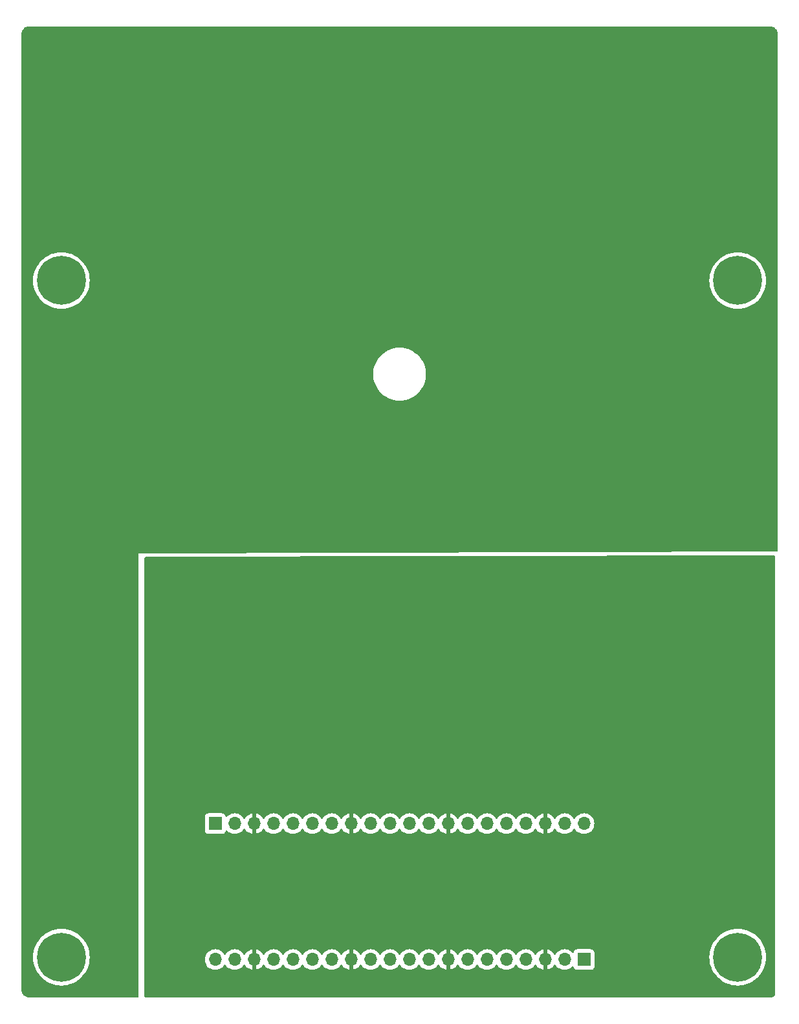
<source format=gbr>
%TF.GenerationSoftware,KiCad,Pcbnew,(7.0.0)*%
%TF.CreationDate,2023-12-08T21:12:48-05:00*%
%TF.ProjectId,Coaster-Graphics,436f6173-7465-4722-9d47-726170686963,rev?*%
%TF.SameCoordinates,Original*%
%TF.FileFunction,Copper,L1,Top*%
%TF.FilePolarity,Positive*%
%FSLAX46Y46*%
G04 Gerber Fmt 4.6, Leading zero omitted, Abs format (unit mm)*
G04 Created by KiCad (PCBNEW (7.0.0)) date 2023-12-08 21:12:48*
%MOMM*%
%LPD*%
G01*
G04 APERTURE LIST*
%TA.AperFunction,ComponentPad*%
%ADD10O,1.700000X1.700000*%
%TD*%
%TA.AperFunction,ComponentPad*%
%ADD11R,1.700000X1.700000*%
%TD*%
%TA.AperFunction,ConnectorPad*%
%ADD12C,6.400000*%
%TD*%
%TA.AperFunction,ComponentPad*%
%ADD13C,3.600000*%
%TD*%
%TA.AperFunction,ViaPad*%
%ADD14C,0.600000*%
%TD*%
G04 APERTURE END LIST*
D10*
%TO.P,J3,20,Pin_20*%
%TO.N,/SWY*%
X162924933Y-126279999D03*
%TO.P,J3,19,Pin_19*%
%TO.N,/SWX*%
X160384933Y-126279999D03*
%TO.P,J3,18,Pin_18*%
%TO.N,GND*%
X157844933Y-126279999D03*
%TO.P,J3,17,Pin_17*%
%TO.N,/SWB*%
X155304933Y-126279999D03*
%TO.P,J3,16,Pin_16*%
%TO.N,/SWA*%
X152764933Y-126279999D03*
%TO.P,J3,15,Pin_15*%
%TO.N,unconnected-(J3-Pin_15-Pad15)*%
X150224933Y-126279999D03*
%TO.P,J3,14,Pin_14*%
%TO.N,unconnected-(J3-Pin_14-Pad14)*%
X147684933Y-126279999D03*
%TO.P,J3,13,Pin_13*%
%TO.N,GND*%
X145144933Y-126279999D03*
%TO.P,J3,12,Pin_12*%
%TO.N,unconnected-(J3-Pin_12-Pad12)*%
X142604933Y-126279999D03*
%TO.P,J3,11,Pin_11*%
%TO.N,/LED_B*%
X140064933Y-126279999D03*
%TO.P,J3,10,Pin_10*%
%TO.N,/LED_G*%
X137524933Y-126279999D03*
%TO.P,J3,9,Pin_9*%
%TO.N,/LED_R*%
X134984933Y-126279999D03*
%TO.P,J3,8,Pin_8*%
%TO.N,GND*%
X132444933Y-126279999D03*
%TO.P,J3,7,Pin_7*%
%TO.N,unconnected-(J3-Pin_7-Pad7)*%
X129904933Y-126279999D03*
%TO.P,J3,6,Pin_6*%
%TO.N,unconnected-(J3-Pin_6-Pad6)*%
X127364933Y-126279999D03*
%TO.P,J3,5,Pin_5*%
%TO.N,unconnected-(J3-Pin_5-Pad5)*%
X124824933Y-126279999D03*
%TO.P,J3,4,Pin_4*%
%TO.N,unconnected-(J3-Pin_4-Pad4)*%
X122284933Y-126279999D03*
%TO.P,J3,3,Pin_3*%
%TO.N,GND*%
X119744933Y-126279999D03*
%TO.P,J3,2,Pin_2*%
%TO.N,unconnected-(J3-Pin_2-Pad2)*%
X117204933Y-126279999D03*
D11*
%TO.P,J3,1,Pin_1*%
%TO.N,unconnected-(J3-Pin_1-Pad1)*%
X114664933Y-126279999D03*
%TD*%
D12*
%TO.P,H4,1*%
%TO.N,N/C*%
X183039934Y-55250066D03*
D13*
X183039934Y-55250066D03*
%TD*%
D12*
%TO.P,H3,1*%
%TO.N,N/C*%
X183039934Y-143750066D03*
D13*
X183039934Y-143750066D03*
%TD*%
D12*
%TO.P,H2,1*%
%TO.N,N/C*%
X94539934Y-143750066D03*
D13*
X94539934Y-143750066D03*
%TD*%
%TO.P,H1,1*%
%TO.N,N/C*%
X94539934Y-55250066D03*
D12*
X94539934Y-55250066D03*
%TD*%
D10*
%TO.P,J4,20,Pin_20*%
%TO.N,unconnected-(J4-Pin_20-Pad20)*%
X114664933Y-144059999D03*
%TO.P,J4,19,Pin_19*%
%TO.N,unconnected-(J4-Pin_19-Pad19)*%
X117204933Y-144059999D03*
%TO.P,J4,18,Pin_18*%
%TO.N,GND*%
X119744933Y-144059999D03*
%TO.P,J4,17,Pin_17*%
%TO.N,unconnected-(J4-Pin_17-Pad17)*%
X122284933Y-144059999D03*
%TO.P,J4,16,Pin_16*%
%TO.N,+3.3V*%
X124824933Y-144059999D03*
%TO.P,J4,15,Pin_15*%
%TO.N,unconnected-(J4-Pin_15-Pad15)*%
X127364933Y-144059999D03*
%TO.P,J4,14,Pin_14*%
%TO.N,unconnected-(J4-Pin_14-Pad14)*%
X129904933Y-144059999D03*
%TO.P,J4,13,Pin_13*%
%TO.N,GND*%
X132444933Y-144059999D03*
%TO.P,J4,12,Pin_12*%
%TO.N,unconnected-(J4-Pin_12-Pad12)*%
X134984933Y-144059999D03*
%TO.P,J4,11,Pin_11*%
%TO.N,unconnected-(J4-Pin_11-Pad11)*%
X137524933Y-144059999D03*
%TO.P,J4,10,Pin_10*%
%TO.N,/RESET*%
X140064933Y-144059999D03*
%TO.P,J4,9,Pin_9*%
%TO.N,unconnected-(J4-Pin_9-Pad9)*%
X142604933Y-144059999D03*
%TO.P,J4,8,Pin_8*%
%TO.N,GND*%
X145144933Y-144059999D03*
%TO.P,J4,7,Pin_7*%
%TO.N,unconnected-(J4-Pin_7-Pad7)*%
X147684933Y-144059999D03*
%TO.P,J4,6,Pin_6*%
%TO.N,/BACKLIGHT_EN*%
X150224933Y-144059999D03*
%TO.P,J4,5,Pin_5*%
%TO.N,/LCD_MOSI*%
X152764933Y-144059999D03*
%TO.P,J4,4,Pin_4*%
%TO.N,/LCD_SCLK*%
X155304933Y-144059999D03*
%TO.P,J4,3,Pin_3*%
%TO.N,GND*%
X157844933Y-144059999D03*
%TO.P,J4,2,Pin_2*%
%TO.N,/LCD_CS_n*%
X160384933Y-144059999D03*
D11*
%TO.P,J4,1,Pin_1*%
%TO.N,/LCD_DC*%
X162924933Y-144059999D03*
%TD*%
D14*
%TO.N,GND*%
X178895500Y-95410000D03*
X176765000Y-97105000D03*
X181720000Y-95210000D03*
X179770000Y-103420000D03*
X176855000Y-101375000D03*
%TD*%
%TA.AperFunction,Conductor*%
%TO.N,GND*%
G36*
X187888000Y-91202613D02*
G01*
X187933387Y-91248000D01*
X187950000Y-91310000D01*
X187950000Y-148688937D01*
X187935990Y-148746193D01*
X187897125Y-148790511D01*
X187798561Y-148859529D01*
X187779845Y-148870335D01*
X187641586Y-148934813D01*
X187621274Y-148942207D01*
X187473913Y-148981697D01*
X187452630Y-148985451D01*
X187307134Y-148998187D01*
X187296013Y-148999161D01*
X187285201Y-148999633D01*
X105534000Y-148999633D01*
X105472000Y-148983020D01*
X105426613Y-148937633D01*
X105410000Y-148875633D01*
X105410000Y-144060000D01*
X113309275Y-144060000D01*
X113309747Y-144065395D01*
X113316327Y-144140609D01*
X113329871Y-144295408D01*
X113331270Y-144300630D01*
X113331271Y-144300634D01*
X113389628Y-144518430D01*
X113389631Y-144518438D01*
X113391031Y-144523663D01*
X113393319Y-144528570D01*
X113393320Y-144528572D01*
X113488612Y-144732927D01*
X113488615Y-144732933D01*
X113490899Y-144737830D01*
X113493998Y-144742257D01*
X113494000Y-144742259D01*
X113623333Y-144926966D01*
X113623336Y-144926970D01*
X113626439Y-144931401D01*
X113793533Y-145098495D01*
X113797965Y-145101598D01*
X113797967Y-145101600D01*
X113942194Y-145202589D01*
X113987104Y-145234035D01*
X114201271Y-145333903D01*
X114429526Y-145395063D01*
X114664934Y-145415659D01*
X114900342Y-145395063D01*
X115128597Y-145333903D01*
X115342764Y-145234035D01*
X115536335Y-145098495D01*
X115703429Y-144931401D01*
X115833358Y-144745842D01*
X115877677Y-144706976D01*
X115934934Y-144692965D01*
X115992191Y-144706976D01*
X116036509Y-144745842D01*
X116163329Y-144926961D01*
X116163335Y-144926968D01*
X116166439Y-144931401D01*
X116333533Y-145098495D01*
X116337965Y-145101598D01*
X116337967Y-145101600D01*
X116482194Y-145202589D01*
X116527104Y-145234035D01*
X116741271Y-145333903D01*
X116969526Y-145395063D01*
X117204934Y-145415659D01*
X117440342Y-145395063D01*
X117668597Y-145333903D01*
X117882764Y-145234035D01*
X118076335Y-145098495D01*
X118243429Y-144931401D01*
X118373664Y-144745405D01*
X118417982Y-144706540D01*
X118475239Y-144692529D01*
X118532496Y-144706540D01*
X118576814Y-144745405D01*
X118703718Y-144926643D01*
X118710655Y-144934909D01*
X118870024Y-145094278D01*
X118878290Y-145101215D01*
X119062925Y-145230498D01*
X119072257Y-145235886D01*
X119276536Y-145331143D01*
X119286670Y-145334831D01*
X119481153Y-145386943D01*
X119492382Y-145387311D01*
X119494934Y-145376369D01*
X119994934Y-145376369D01*
X119997485Y-145387311D01*
X120008714Y-145386943D01*
X120203197Y-145334831D01*
X120213331Y-145331143D01*
X120417610Y-145235886D01*
X120426942Y-145230498D01*
X120611577Y-145101215D01*
X120619843Y-145094278D01*
X120779212Y-144934909D01*
X120786153Y-144926638D01*
X120913053Y-144745406D01*
X120957371Y-144706540D01*
X121014628Y-144692529D01*
X121071885Y-144706540D01*
X121116203Y-144745405D01*
X121243333Y-144926966D01*
X121243336Y-144926970D01*
X121246439Y-144931401D01*
X121413533Y-145098495D01*
X121417965Y-145101598D01*
X121417967Y-145101600D01*
X121562194Y-145202589D01*
X121607104Y-145234035D01*
X121821271Y-145333903D01*
X122049526Y-145395063D01*
X122284934Y-145415659D01*
X122520342Y-145395063D01*
X122748597Y-145333903D01*
X122962764Y-145234035D01*
X123156335Y-145098495D01*
X123323429Y-144931401D01*
X123453358Y-144745842D01*
X123497677Y-144706976D01*
X123554934Y-144692965D01*
X123612191Y-144706976D01*
X123656509Y-144745842D01*
X123783329Y-144926961D01*
X123783335Y-144926968D01*
X123786439Y-144931401D01*
X123953533Y-145098495D01*
X123957965Y-145101598D01*
X123957967Y-145101600D01*
X124102194Y-145202589D01*
X124147104Y-145234035D01*
X124361271Y-145333903D01*
X124589526Y-145395063D01*
X124824934Y-145415659D01*
X125060342Y-145395063D01*
X125288597Y-145333903D01*
X125502764Y-145234035D01*
X125696335Y-145098495D01*
X125863429Y-144931401D01*
X125993358Y-144745842D01*
X126037677Y-144706976D01*
X126094934Y-144692965D01*
X126152191Y-144706976D01*
X126196509Y-144745842D01*
X126323329Y-144926961D01*
X126323335Y-144926968D01*
X126326439Y-144931401D01*
X126493533Y-145098495D01*
X126497965Y-145101598D01*
X126497967Y-145101600D01*
X126642194Y-145202589D01*
X126687104Y-145234035D01*
X126901271Y-145333903D01*
X127129526Y-145395063D01*
X127364934Y-145415659D01*
X127600342Y-145395063D01*
X127828597Y-145333903D01*
X128042764Y-145234035D01*
X128236335Y-145098495D01*
X128403429Y-144931401D01*
X128533358Y-144745842D01*
X128577677Y-144706976D01*
X128634934Y-144692965D01*
X128692191Y-144706976D01*
X128736509Y-144745842D01*
X128863329Y-144926961D01*
X128863335Y-144926968D01*
X128866439Y-144931401D01*
X129033533Y-145098495D01*
X129037965Y-145101598D01*
X129037967Y-145101600D01*
X129182194Y-145202589D01*
X129227104Y-145234035D01*
X129441271Y-145333903D01*
X129669526Y-145395063D01*
X129904934Y-145415659D01*
X130140342Y-145395063D01*
X130368597Y-145333903D01*
X130582764Y-145234035D01*
X130776335Y-145098495D01*
X130943429Y-144931401D01*
X131073664Y-144745405D01*
X131117982Y-144706540D01*
X131175239Y-144692529D01*
X131232496Y-144706540D01*
X131276814Y-144745405D01*
X131403718Y-144926643D01*
X131410655Y-144934909D01*
X131570024Y-145094278D01*
X131578290Y-145101215D01*
X131762925Y-145230498D01*
X131772257Y-145235886D01*
X131976536Y-145331143D01*
X131986670Y-145334831D01*
X132181153Y-145386943D01*
X132192382Y-145387311D01*
X132194934Y-145376369D01*
X132694934Y-145376369D01*
X132697485Y-145387311D01*
X132708714Y-145386943D01*
X132903197Y-145334831D01*
X132913331Y-145331143D01*
X133117610Y-145235886D01*
X133126942Y-145230498D01*
X133311577Y-145101215D01*
X133319843Y-145094278D01*
X133479212Y-144934909D01*
X133486153Y-144926638D01*
X133613053Y-144745406D01*
X133657371Y-144706540D01*
X133714628Y-144692529D01*
X133771885Y-144706540D01*
X133816203Y-144745405D01*
X133943333Y-144926966D01*
X133943336Y-144926970D01*
X133946439Y-144931401D01*
X134113533Y-145098495D01*
X134117965Y-145101598D01*
X134117967Y-145101600D01*
X134262194Y-145202589D01*
X134307104Y-145234035D01*
X134521271Y-145333903D01*
X134749526Y-145395063D01*
X134984934Y-145415659D01*
X135220342Y-145395063D01*
X135448597Y-145333903D01*
X135662764Y-145234035D01*
X135856335Y-145098495D01*
X136023429Y-144931401D01*
X136153358Y-144745842D01*
X136197677Y-144706976D01*
X136254934Y-144692965D01*
X136312191Y-144706976D01*
X136356509Y-144745842D01*
X136483329Y-144926961D01*
X136483335Y-144926968D01*
X136486439Y-144931401D01*
X136653533Y-145098495D01*
X136657965Y-145101598D01*
X136657967Y-145101600D01*
X136802194Y-145202589D01*
X136847104Y-145234035D01*
X137061271Y-145333903D01*
X137289526Y-145395063D01*
X137524934Y-145415659D01*
X137760342Y-145395063D01*
X137988597Y-145333903D01*
X138202764Y-145234035D01*
X138396335Y-145098495D01*
X138563429Y-144931401D01*
X138693358Y-144745842D01*
X138737677Y-144706976D01*
X138794934Y-144692965D01*
X138852191Y-144706976D01*
X138896509Y-144745842D01*
X139023329Y-144926961D01*
X139023335Y-144926968D01*
X139026439Y-144931401D01*
X139193533Y-145098495D01*
X139197965Y-145101598D01*
X139197967Y-145101600D01*
X139342194Y-145202589D01*
X139387104Y-145234035D01*
X139601271Y-145333903D01*
X139829526Y-145395063D01*
X140064934Y-145415659D01*
X140300342Y-145395063D01*
X140528597Y-145333903D01*
X140742764Y-145234035D01*
X140936335Y-145098495D01*
X141103429Y-144931401D01*
X141233358Y-144745842D01*
X141277677Y-144706976D01*
X141334934Y-144692965D01*
X141392191Y-144706976D01*
X141436509Y-144745842D01*
X141563329Y-144926961D01*
X141563335Y-144926968D01*
X141566439Y-144931401D01*
X141733533Y-145098495D01*
X141737965Y-145101598D01*
X141737967Y-145101600D01*
X141882194Y-145202589D01*
X141927104Y-145234035D01*
X142141271Y-145333903D01*
X142369526Y-145395063D01*
X142604934Y-145415659D01*
X142840342Y-145395063D01*
X143068597Y-145333903D01*
X143282764Y-145234035D01*
X143476335Y-145098495D01*
X143643429Y-144931401D01*
X143773664Y-144745405D01*
X143817982Y-144706540D01*
X143875239Y-144692529D01*
X143932496Y-144706540D01*
X143976814Y-144745405D01*
X144103718Y-144926643D01*
X144110655Y-144934909D01*
X144270024Y-145094278D01*
X144278290Y-145101215D01*
X144462925Y-145230498D01*
X144472257Y-145235886D01*
X144676536Y-145331143D01*
X144686670Y-145334831D01*
X144881153Y-145386943D01*
X144892382Y-145387311D01*
X144894934Y-145376369D01*
X145394934Y-145376369D01*
X145397485Y-145387311D01*
X145408714Y-145386943D01*
X145603197Y-145334831D01*
X145613331Y-145331143D01*
X145817610Y-145235886D01*
X145826942Y-145230498D01*
X146011577Y-145101215D01*
X146019843Y-145094278D01*
X146179212Y-144934909D01*
X146186153Y-144926638D01*
X146313053Y-144745406D01*
X146357371Y-144706540D01*
X146414628Y-144692529D01*
X146471885Y-144706540D01*
X146516203Y-144745405D01*
X146643333Y-144926966D01*
X146643336Y-144926970D01*
X146646439Y-144931401D01*
X146813533Y-145098495D01*
X146817965Y-145101598D01*
X146817967Y-145101600D01*
X146962194Y-145202589D01*
X147007104Y-145234035D01*
X147221271Y-145333903D01*
X147449526Y-145395063D01*
X147684934Y-145415659D01*
X147920342Y-145395063D01*
X148148597Y-145333903D01*
X148362764Y-145234035D01*
X148556335Y-145098495D01*
X148723429Y-144931401D01*
X148853358Y-144745842D01*
X148897677Y-144706976D01*
X148954934Y-144692965D01*
X149012191Y-144706976D01*
X149056509Y-144745842D01*
X149183329Y-144926961D01*
X149183335Y-144926968D01*
X149186439Y-144931401D01*
X149353533Y-145098495D01*
X149357965Y-145101598D01*
X149357967Y-145101600D01*
X149502194Y-145202589D01*
X149547104Y-145234035D01*
X149761271Y-145333903D01*
X149989526Y-145395063D01*
X150224934Y-145415659D01*
X150460342Y-145395063D01*
X150688597Y-145333903D01*
X150902764Y-145234035D01*
X151096335Y-145098495D01*
X151263429Y-144931401D01*
X151393358Y-144745842D01*
X151437677Y-144706976D01*
X151494934Y-144692965D01*
X151552191Y-144706976D01*
X151596509Y-144745842D01*
X151723329Y-144926961D01*
X151723335Y-144926968D01*
X151726439Y-144931401D01*
X151893533Y-145098495D01*
X151897965Y-145101598D01*
X151897967Y-145101600D01*
X152042194Y-145202589D01*
X152087104Y-145234035D01*
X152301271Y-145333903D01*
X152529526Y-145395063D01*
X152764934Y-145415659D01*
X153000342Y-145395063D01*
X153228597Y-145333903D01*
X153442764Y-145234035D01*
X153636335Y-145098495D01*
X153803429Y-144931401D01*
X153933358Y-144745842D01*
X153977677Y-144706976D01*
X154034934Y-144692965D01*
X154092191Y-144706976D01*
X154136509Y-144745842D01*
X154263329Y-144926961D01*
X154263335Y-144926968D01*
X154266439Y-144931401D01*
X154433533Y-145098495D01*
X154437965Y-145101598D01*
X154437967Y-145101600D01*
X154582194Y-145202589D01*
X154627104Y-145234035D01*
X154841271Y-145333903D01*
X155069526Y-145395063D01*
X155304934Y-145415659D01*
X155540342Y-145395063D01*
X155768597Y-145333903D01*
X155982764Y-145234035D01*
X156176335Y-145098495D01*
X156343429Y-144931401D01*
X156473664Y-144745405D01*
X156517982Y-144706540D01*
X156575239Y-144692529D01*
X156632496Y-144706540D01*
X156676814Y-144745405D01*
X156803718Y-144926643D01*
X156810655Y-144934909D01*
X156970024Y-145094278D01*
X156978290Y-145101215D01*
X157162925Y-145230498D01*
X157172257Y-145235886D01*
X157376536Y-145331143D01*
X157386670Y-145334831D01*
X157581153Y-145386943D01*
X157592382Y-145387311D01*
X157594934Y-145376369D01*
X158094934Y-145376369D01*
X158097485Y-145387311D01*
X158108714Y-145386943D01*
X158303197Y-145334831D01*
X158313331Y-145331143D01*
X158517610Y-145235886D01*
X158526942Y-145230498D01*
X158711577Y-145101215D01*
X158719843Y-145094278D01*
X158879212Y-144934909D01*
X158886153Y-144926638D01*
X159013053Y-144745406D01*
X159057371Y-144706540D01*
X159114628Y-144692529D01*
X159171885Y-144706540D01*
X159216203Y-144745405D01*
X159343333Y-144926966D01*
X159343336Y-144926970D01*
X159346439Y-144931401D01*
X159513533Y-145098495D01*
X159517965Y-145101598D01*
X159517967Y-145101600D01*
X159662194Y-145202589D01*
X159707104Y-145234035D01*
X159921271Y-145333903D01*
X160149526Y-145395063D01*
X160384934Y-145415659D01*
X160620342Y-145395063D01*
X160848597Y-145333903D01*
X161062764Y-145234035D01*
X161256335Y-145098495D01*
X161378263Y-144976566D01*
X161431006Y-144945273D01*
X161492299Y-144943084D01*
X161547144Y-144970537D01*
X161582123Y-145020916D01*
X161631138Y-145152331D01*
X161636452Y-145159430D01*
X161636453Y-145159431D01*
X161692301Y-145234035D01*
X161717388Y-145267546D01*
X161832603Y-145353796D01*
X161967451Y-145404091D01*
X162027061Y-145410500D01*
X163822806Y-145410499D01*
X163882417Y-145404091D01*
X164017265Y-145353796D01*
X164132480Y-145267546D01*
X164218730Y-145152331D01*
X164269025Y-145017483D01*
X164275434Y-144957873D01*
X164275433Y-143750066D01*
X179334356Y-143750066D01*
X179334526Y-143753310D01*
X179351882Y-144084485D01*
X179354656Y-144137404D01*
X179355161Y-144140597D01*
X179355163Y-144140609D01*
X179414823Y-144517290D01*
X179414825Y-144517303D01*
X179415332Y-144520499D01*
X179416169Y-144523623D01*
X179416171Y-144523632D01*
X179475712Y-144745842D01*
X179515720Y-144895153D01*
X179516877Y-144898168D01*
X179516880Y-144898176D01*
X179614441Y-145152331D01*
X179654720Y-145257260D01*
X179656189Y-145260143D01*
X179656193Y-145260152D01*
X179735428Y-145415659D01*
X179830809Y-145602855D01*
X180042058Y-145928150D01*
X180286153Y-146229582D01*
X180560418Y-146503847D01*
X180861850Y-146747942D01*
X181187145Y-146959191D01*
X181532740Y-147135280D01*
X181894847Y-147274280D01*
X182269501Y-147374668D01*
X182652596Y-147435344D01*
X183039934Y-147455644D01*
X183427272Y-147435344D01*
X183810367Y-147374668D01*
X184185021Y-147274280D01*
X184547128Y-147135280D01*
X184892723Y-146959191D01*
X185218018Y-146747942D01*
X185519450Y-146503847D01*
X185793715Y-146229582D01*
X186037810Y-145928150D01*
X186249059Y-145602855D01*
X186425148Y-145257260D01*
X186564148Y-144895153D01*
X186664536Y-144520499D01*
X186725212Y-144137404D01*
X186745512Y-143750066D01*
X186725212Y-143362728D01*
X186664536Y-142979633D01*
X186564148Y-142604979D01*
X186425148Y-142242872D01*
X186249059Y-141897277D01*
X186037810Y-141571982D01*
X185793715Y-141270550D01*
X185519450Y-140996285D01*
X185218018Y-140752190D01*
X184892723Y-140540941D01*
X184889835Y-140539469D01*
X184889829Y-140539466D01*
X184550020Y-140366325D01*
X184550011Y-140366321D01*
X184547128Y-140364852D01*
X184544096Y-140363688D01*
X184188044Y-140227012D01*
X184188036Y-140227009D01*
X184185021Y-140225852D01*
X184181896Y-140225014D01*
X184181891Y-140225013D01*
X183813500Y-140126303D01*
X183813491Y-140126301D01*
X183810367Y-140125464D01*
X183807171Y-140124957D01*
X183807158Y-140124955D01*
X183430477Y-140065295D01*
X183430465Y-140065293D01*
X183427272Y-140064788D01*
X183424037Y-140064618D01*
X183424033Y-140064618D01*
X183043178Y-140044658D01*
X183039934Y-140044488D01*
X183036690Y-140044658D01*
X182655834Y-140064618D01*
X182655828Y-140064618D01*
X182652596Y-140064788D01*
X182649404Y-140065293D01*
X182649390Y-140065295D01*
X182272709Y-140124955D01*
X182272692Y-140124958D01*
X182269501Y-140125464D01*
X182266380Y-140126300D01*
X182266367Y-140126303D01*
X181897976Y-140225013D01*
X181897965Y-140225016D01*
X181894847Y-140225852D01*
X181891836Y-140227007D01*
X181891823Y-140227012D01*
X181535771Y-140363688D01*
X181535762Y-140363691D01*
X181532740Y-140364852D01*
X181529863Y-140366317D01*
X181529847Y-140366325D01*
X181190038Y-140539466D01*
X181190024Y-140539474D01*
X181187145Y-140540941D01*
X181184425Y-140542707D01*
X181184417Y-140542712D01*
X180864578Y-140750418D01*
X180864572Y-140750421D01*
X180861850Y-140752190D01*
X180859330Y-140754230D01*
X180859324Y-140754235D01*
X180562936Y-140994245D01*
X180562925Y-140994254D01*
X180560418Y-140996285D01*
X180558133Y-140998569D01*
X180558123Y-140998579D01*
X180288447Y-141268255D01*
X180288437Y-141268265D01*
X180286153Y-141270550D01*
X180284122Y-141273057D01*
X180284113Y-141273068D01*
X180044103Y-141569456D01*
X180044098Y-141569462D01*
X180042058Y-141571982D01*
X180040289Y-141574704D01*
X180040286Y-141574710D01*
X179832580Y-141894549D01*
X179832575Y-141894557D01*
X179830809Y-141897277D01*
X179829342Y-141900156D01*
X179829334Y-141900170D01*
X179656193Y-142239979D01*
X179656185Y-142239995D01*
X179654720Y-142242872D01*
X179653559Y-142245894D01*
X179653556Y-142245903D01*
X179516880Y-142601955D01*
X179516875Y-142601968D01*
X179515720Y-142604979D01*
X179514884Y-142608097D01*
X179514881Y-142608108D01*
X179416171Y-142976499D01*
X179416168Y-142976512D01*
X179415332Y-142979633D01*
X179414826Y-142982824D01*
X179414823Y-142982841D01*
X179355163Y-143359522D01*
X179355161Y-143359536D01*
X179354656Y-143362728D01*
X179354486Y-143365960D01*
X179354486Y-143365966D01*
X179334526Y-143746822D01*
X179334356Y-143750066D01*
X164275433Y-143750066D01*
X164275433Y-143162128D01*
X164269025Y-143102517D01*
X164218730Y-142967669D01*
X164132480Y-142852454D01*
X164041964Y-142784694D01*
X164024365Y-142771519D01*
X164024364Y-142771518D01*
X164017265Y-142766204D01*
X163910376Y-142726337D01*
X163889686Y-142718620D01*
X163889684Y-142718619D01*
X163882417Y-142715909D01*
X163874704Y-142715079D01*
X163874701Y-142715079D01*
X163826114Y-142709855D01*
X163826103Y-142709854D01*
X163822807Y-142709500D01*
X163819484Y-142709500D01*
X162030373Y-142709500D01*
X162030354Y-142709500D01*
X162027062Y-142709501D01*
X162023784Y-142709853D01*
X162023772Y-142709854D01*
X161975165Y-142715079D01*
X161975159Y-142715080D01*
X161967451Y-142715909D01*
X161960186Y-142718618D01*
X161960180Y-142718620D01*
X161840914Y-142763104D01*
X161840912Y-142763104D01*
X161832603Y-142766204D01*
X161825506Y-142771516D01*
X161825502Y-142771519D01*
X161724484Y-142847141D01*
X161724480Y-142847144D01*
X161717388Y-142852454D01*
X161712078Y-142859546D01*
X161712075Y-142859550D01*
X161636453Y-142960568D01*
X161636450Y-142960572D01*
X161631138Y-142967669D01*
X161628038Y-142975978D01*
X161628039Y-142975978D01*
X161582123Y-143099083D01*
X161547144Y-143149462D01*
X161492299Y-143176915D01*
X161431006Y-143174726D01*
X161378260Y-143143430D01*
X161260166Y-143025336D01*
X161260164Y-143025334D01*
X161256335Y-143021505D01*
X161251904Y-143018402D01*
X161251900Y-143018399D01*
X161067193Y-142889066D01*
X161067191Y-142889064D01*
X161062764Y-142885965D01*
X161057867Y-142883681D01*
X161057861Y-142883678D01*
X160853506Y-142788386D01*
X160853504Y-142788385D01*
X160848597Y-142786097D01*
X160843372Y-142784697D01*
X160843364Y-142784694D01*
X160625568Y-142726337D01*
X160625564Y-142726336D01*
X160620342Y-142724937D01*
X160614954Y-142724465D01*
X160614951Y-142724465D01*
X160390329Y-142704813D01*
X160384934Y-142704341D01*
X160379539Y-142704813D01*
X160154916Y-142724465D01*
X160154911Y-142724465D01*
X160149526Y-142724937D01*
X160144305Y-142726335D01*
X160144299Y-142726337D01*
X159926503Y-142784694D01*
X159926491Y-142784698D01*
X159921271Y-142786097D01*
X159916366Y-142788383D01*
X159916361Y-142788386D01*
X159712015Y-142883675D01*
X159712011Y-142883677D01*
X159707105Y-142885965D01*
X159702672Y-142889068D01*
X159702665Y-142889073D01*
X159517968Y-143018399D01*
X159517963Y-143018402D01*
X159513533Y-143021505D01*
X159509709Y-143025328D01*
X159509703Y-143025334D01*
X159350268Y-143184769D01*
X159350262Y-143184775D01*
X159346439Y-143188599D01*
X159343337Y-143193028D01*
X159343337Y-143193029D01*
X159216203Y-143374596D01*
X159171885Y-143413461D01*
X159114628Y-143427472D01*
X159057371Y-143413461D01*
X159013053Y-143374595D01*
X158886149Y-143193357D01*
X158879214Y-143185092D01*
X158719843Y-143025721D01*
X158711577Y-143018784D01*
X158526942Y-142889501D01*
X158517610Y-142884113D01*
X158313331Y-142788856D01*
X158303197Y-142785168D01*
X158108714Y-142733056D01*
X158097485Y-142732688D01*
X158094934Y-142743631D01*
X158094934Y-145376369D01*
X157594934Y-145376369D01*
X157594934Y-142743631D01*
X157592382Y-142732688D01*
X157581153Y-142733056D01*
X157386670Y-142785168D01*
X157376536Y-142788856D01*
X157172266Y-142884110D01*
X157162916Y-142889508D01*
X156978291Y-143018784D01*
X156970026Y-143025719D01*
X156810653Y-143185092D01*
X156803722Y-143193352D01*
X156676814Y-143374596D01*
X156632496Y-143413461D01*
X156575239Y-143427472D01*
X156517982Y-143413461D01*
X156473664Y-143374595D01*
X156463110Y-143359522D01*
X156343429Y-143188599D01*
X156176335Y-143021505D01*
X156171904Y-143018402D01*
X156171900Y-143018399D01*
X155987193Y-142889066D01*
X155987191Y-142889064D01*
X155982764Y-142885965D01*
X155977867Y-142883681D01*
X155977861Y-142883678D01*
X155773506Y-142788386D01*
X155773504Y-142788385D01*
X155768597Y-142786097D01*
X155763372Y-142784697D01*
X155763364Y-142784694D01*
X155545568Y-142726337D01*
X155545564Y-142726336D01*
X155540342Y-142724937D01*
X155534954Y-142724465D01*
X155534951Y-142724465D01*
X155310329Y-142704813D01*
X155304934Y-142704341D01*
X155299539Y-142704813D01*
X155074916Y-142724465D01*
X155074911Y-142724465D01*
X155069526Y-142724937D01*
X155064305Y-142726335D01*
X155064299Y-142726337D01*
X154846503Y-142784694D01*
X154846491Y-142784698D01*
X154841271Y-142786097D01*
X154836366Y-142788383D01*
X154836361Y-142788386D01*
X154632015Y-142883675D01*
X154632011Y-142883677D01*
X154627105Y-142885965D01*
X154622672Y-142889068D01*
X154622665Y-142889073D01*
X154437968Y-143018399D01*
X154437963Y-143018402D01*
X154433533Y-143021505D01*
X154429709Y-143025328D01*
X154429703Y-143025334D01*
X154270268Y-143184769D01*
X154270262Y-143184775D01*
X154266439Y-143188599D01*
X154263336Y-143193029D01*
X154263333Y-143193034D01*
X154136509Y-143374159D01*
X154092191Y-143413025D01*
X154034934Y-143427036D01*
X153977677Y-143413025D01*
X153933359Y-143374159D01*
X153922261Y-143358310D01*
X153803429Y-143188599D01*
X153636335Y-143021505D01*
X153631904Y-143018402D01*
X153631900Y-143018399D01*
X153447193Y-142889066D01*
X153447191Y-142889064D01*
X153442764Y-142885965D01*
X153437867Y-142883681D01*
X153437861Y-142883678D01*
X153233506Y-142788386D01*
X153233504Y-142788385D01*
X153228597Y-142786097D01*
X153223372Y-142784697D01*
X153223364Y-142784694D01*
X153005568Y-142726337D01*
X153005564Y-142726336D01*
X153000342Y-142724937D01*
X152994954Y-142724465D01*
X152994951Y-142724465D01*
X152770329Y-142704813D01*
X152764934Y-142704341D01*
X152759539Y-142704813D01*
X152534916Y-142724465D01*
X152534911Y-142724465D01*
X152529526Y-142724937D01*
X152524305Y-142726335D01*
X152524299Y-142726337D01*
X152306503Y-142784694D01*
X152306491Y-142784698D01*
X152301271Y-142786097D01*
X152296366Y-142788383D01*
X152296361Y-142788386D01*
X152092015Y-142883675D01*
X152092011Y-142883677D01*
X152087105Y-142885965D01*
X152082672Y-142889068D01*
X152082665Y-142889073D01*
X151897968Y-143018399D01*
X151897963Y-143018402D01*
X151893533Y-143021505D01*
X151889709Y-143025328D01*
X151889703Y-143025334D01*
X151730268Y-143184769D01*
X151730262Y-143184775D01*
X151726439Y-143188599D01*
X151723336Y-143193029D01*
X151723333Y-143193034D01*
X151596509Y-143374159D01*
X151552191Y-143413025D01*
X151494934Y-143427036D01*
X151437677Y-143413025D01*
X151393359Y-143374159D01*
X151382261Y-143358310D01*
X151263429Y-143188599D01*
X151096335Y-143021505D01*
X151091904Y-143018402D01*
X151091900Y-143018399D01*
X150907193Y-142889066D01*
X150907191Y-142889064D01*
X150902764Y-142885965D01*
X150897867Y-142883681D01*
X150897861Y-142883678D01*
X150693506Y-142788386D01*
X150693504Y-142788385D01*
X150688597Y-142786097D01*
X150683372Y-142784697D01*
X150683364Y-142784694D01*
X150465568Y-142726337D01*
X150465564Y-142726336D01*
X150460342Y-142724937D01*
X150454954Y-142724465D01*
X150454951Y-142724465D01*
X150230329Y-142704813D01*
X150224934Y-142704341D01*
X150219539Y-142704813D01*
X149994916Y-142724465D01*
X149994911Y-142724465D01*
X149989526Y-142724937D01*
X149984305Y-142726335D01*
X149984299Y-142726337D01*
X149766503Y-142784694D01*
X149766491Y-142784698D01*
X149761271Y-142786097D01*
X149756366Y-142788383D01*
X149756361Y-142788386D01*
X149552015Y-142883675D01*
X149552011Y-142883677D01*
X149547105Y-142885965D01*
X149542672Y-142889068D01*
X149542665Y-142889073D01*
X149357968Y-143018399D01*
X149357963Y-143018402D01*
X149353533Y-143021505D01*
X149349709Y-143025328D01*
X149349703Y-143025334D01*
X149190268Y-143184769D01*
X149190262Y-143184775D01*
X149186439Y-143188599D01*
X149183336Y-143193029D01*
X149183333Y-143193034D01*
X149056509Y-143374159D01*
X149012191Y-143413025D01*
X148954934Y-143427036D01*
X148897677Y-143413025D01*
X148853359Y-143374159D01*
X148842261Y-143358310D01*
X148723429Y-143188599D01*
X148556335Y-143021505D01*
X148551904Y-143018402D01*
X148551900Y-143018399D01*
X148367193Y-142889066D01*
X148367191Y-142889064D01*
X148362764Y-142885965D01*
X148357867Y-142883681D01*
X148357861Y-142883678D01*
X148153506Y-142788386D01*
X148153504Y-142788385D01*
X148148597Y-142786097D01*
X148143372Y-142784697D01*
X148143364Y-142784694D01*
X147925568Y-142726337D01*
X147925564Y-142726336D01*
X147920342Y-142724937D01*
X147914954Y-142724465D01*
X147914951Y-142724465D01*
X147690329Y-142704813D01*
X147684934Y-142704341D01*
X147679539Y-142704813D01*
X147454916Y-142724465D01*
X147454911Y-142724465D01*
X147449526Y-142724937D01*
X147444305Y-142726335D01*
X147444299Y-142726337D01*
X147226503Y-142784694D01*
X147226491Y-142784698D01*
X147221271Y-142786097D01*
X147216366Y-142788383D01*
X147216361Y-142788386D01*
X147012015Y-142883675D01*
X147012011Y-142883677D01*
X147007105Y-142885965D01*
X147002672Y-142889068D01*
X147002665Y-142889073D01*
X146817968Y-143018399D01*
X146817963Y-143018402D01*
X146813533Y-143021505D01*
X146809709Y-143025328D01*
X146809703Y-143025334D01*
X146650268Y-143184769D01*
X146650262Y-143184775D01*
X146646439Y-143188599D01*
X146643337Y-143193028D01*
X146643337Y-143193029D01*
X146516203Y-143374596D01*
X146471885Y-143413461D01*
X146414628Y-143427472D01*
X146357371Y-143413461D01*
X146313053Y-143374595D01*
X146186149Y-143193357D01*
X146179214Y-143185092D01*
X146019843Y-143025721D01*
X146011577Y-143018784D01*
X145826942Y-142889501D01*
X145817610Y-142884113D01*
X145613331Y-142788856D01*
X145603197Y-142785168D01*
X145408714Y-142733056D01*
X145397485Y-142732688D01*
X145394934Y-142743631D01*
X145394934Y-145376369D01*
X144894934Y-145376369D01*
X144894934Y-142743631D01*
X144892382Y-142732688D01*
X144881153Y-142733056D01*
X144686670Y-142785168D01*
X144676536Y-142788856D01*
X144472266Y-142884110D01*
X144462916Y-142889508D01*
X144278291Y-143018784D01*
X144270026Y-143025719D01*
X144110653Y-143185092D01*
X144103722Y-143193352D01*
X143976814Y-143374596D01*
X143932496Y-143413461D01*
X143875239Y-143427472D01*
X143817982Y-143413461D01*
X143773664Y-143374595D01*
X143763110Y-143359522D01*
X143643429Y-143188599D01*
X143476335Y-143021505D01*
X143471904Y-143018402D01*
X143471900Y-143018399D01*
X143287193Y-142889066D01*
X143287191Y-142889064D01*
X143282764Y-142885965D01*
X143277867Y-142883681D01*
X143277861Y-142883678D01*
X143073506Y-142788386D01*
X143073504Y-142788385D01*
X143068597Y-142786097D01*
X143063372Y-142784697D01*
X143063364Y-142784694D01*
X142845568Y-142726337D01*
X142845564Y-142726336D01*
X142840342Y-142724937D01*
X142834954Y-142724465D01*
X142834951Y-142724465D01*
X142610329Y-142704813D01*
X142604934Y-142704341D01*
X142599539Y-142704813D01*
X142374916Y-142724465D01*
X142374911Y-142724465D01*
X142369526Y-142724937D01*
X142364305Y-142726335D01*
X142364299Y-142726337D01*
X142146503Y-142784694D01*
X142146491Y-142784698D01*
X142141271Y-142786097D01*
X142136366Y-142788383D01*
X142136361Y-142788386D01*
X141932015Y-142883675D01*
X141932011Y-142883677D01*
X141927105Y-142885965D01*
X141922672Y-142889068D01*
X141922665Y-142889073D01*
X141737968Y-143018399D01*
X141737963Y-143018402D01*
X141733533Y-143021505D01*
X141729709Y-143025328D01*
X141729703Y-143025334D01*
X141570268Y-143184769D01*
X141570262Y-143184775D01*
X141566439Y-143188599D01*
X141563336Y-143193029D01*
X141563333Y-143193034D01*
X141436509Y-143374159D01*
X141392191Y-143413025D01*
X141334934Y-143427036D01*
X141277677Y-143413025D01*
X141233359Y-143374159D01*
X141222261Y-143358310D01*
X141103429Y-143188599D01*
X140936335Y-143021505D01*
X140931904Y-143018402D01*
X140931900Y-143018399D01*
X140747193Y-142889066D01*
X140747191Y-142889064D01*
X140742764Y-142885965D01*
X140737867Y-142883681D01*
X140737861Y-142883678D01*
X140533506Y-142788386D01*
X140533504Y-142788385D01*
X140528597Y-142786097D01*
X140523372Y-142784697D01*
X140523364Y-142784694D01*
X140305568Y-142726337D01*
X140305564Y-142726336D01*
X140300342Y-142724937D01*
X140294954Y-142724465D01*
X140294951Y-142724465D01*
X140070329Y-142704813D01*
X140064934Y-142704341D01*
X140059539Y-142704813D01*
X139834916Y-142724465D01*
X139834911Y-142724465D01*
X139829526Y-142724937D01*
X139824305Y-142726335D01*
X139824299Y-142726337D01*
X139606503Y-142784694D01*
X139606491Y-142784698D01*
X139601271Y-142786097D01*
X139596366Y-142788383D01*
X139596361Y-142788386D01*
X139392015Y-142883675D01*
X139392011Y-142883677D01*
X139387105Y-142885965D01*
X139382672Y-142889068D01*
X139382665Y-142889073D01*
X139197968Y-143018399D01*
X139197963Y-143018402D01*
X139193533Y-143021505D01*
X139189709Y-143025328D01*
X139189703Y-143025334D01*
X139030268Y-143184769D01*
X139030262Y-143184775D01*
X139026439Y-143188599D01*
X139023336Y-143193029D01*
X139023333Y-143193034D01*
X138896509Y-143374159D01*
X138852191Y-143413025D01*
X138794934Y-143427036D01*
X138737677Y-143413025D01*
X138693359Y-143374159D01*
X138682261Y-143358310D01*
X138563429Y-143188599D01*
X138396335Y-143021505D01*
X138391904Y-143018402D01*
X138391900Y-143018399D01*
X138207193Y-142889066D01*
X138207191Y-142889064D01*
X138202764Y-142885965D01*
X138197867Y-142883681D01*
X138197861Y-142883678D01*
X137993506Y-142788386D01*
X137993504Y-142788385D01*
X137988597Y-142786097D01*
X137983372Y-142784697D01*
X137983364Y-142784694D01*
X137765568Y-142726337D01*
X137765564Y-142726336D01*
X137760342Y-142724937D01*
X137754954Y-142724465D01*
X137754951Y-142724465D01*
X137530329Y-142704813D01*
X137524934Y-142704341D01*
X137519539Y-142704813D01*
X137294916Y-142724465D01*
X137294911Y-142724465D01*
X137289526Y-142724937D01*
X137284305Y-142726335D01*
X137284299Y-142726337D01*
X137066503Y-142784694D01*
X137066491Y-142784698D01*
X137061271Y-142786097D01*
X137056366Y-142788383D01*
X137056361Y-142788386D01*
X136852015Y-142883675D01*
X136852011Y-142883677D01*
X136847105Y-142885965D01*
X136842672Y-142889068D01*
X136842665Y-142889073D01*
X136657968Y-143018399D01*
X136657963Y-143018402D01*
X136653533Y-143021505D01*
X136649709Y-143025328D01*
X136649703Y-143025334D01*
X136490268Y-143184769D01*
X136490262Y-143184775D01*
X136486439Y-143188599D01*
X136483336Y-143193029D01*
X136483333Y-143193034D01*
X136356509Y-143374159D01*
X136312191Y-143413025D01*
X136254934Y-143427036D01*
X136197677Y-143413025D01*
X136153359Y-143374159D01*
X136142261Y-143358310D01*
X136023429Y-143188599D01*
X135856335Y-143021505D01*
X135851904Y-143018402D01*
X135851900Y-143018399D01*
X135667193Y-142889066D01*
X135667191Y-142889064D01*
X135662764Y-142885965D01*
X135657867Y-142883681D01*
X135657861Y-142883678D01*
X135453506Y-142788386D01*
X135453504Y-142788385D01*
X135448597Y-142786097D01*
X135443372Y-142784697D01*
X135443364Y-142784694D01*
X135225568Y-142726337D01*
X135225564Y-142726336D01*
X135220342Y-142724937D01*
X135214954Y-142724465D01*
X135214951Y-142724465D01*
X134990329Y-142704813D01*
X134984934Y-142704341D01*
X134979539Y-142704813D01*
X134754916Y-142724465D01*
X134754911Y-142724465D01*
X134749526Y-142724937D01*
X134744305Y-142726335D01*
X134744299Y-142726337D01*
X134526503Y-142784694D01*
X134526491Y-142784698D01*
X134521271Y-142786097D01*
X134516366Y-142788383D01*
X134516361Y-142788386D01*
X134312015Y-142883675D01*
X134312011Y-142883677D01*
X134307105Y-142885965D01*
X134302672Y-142889068D01*
X134302665Y-142889073D01*
X134117968Y-143018399D01*
X134117963Y-143018402D01*
X134113533Y-143021505D01*
X134109709Y-143025328D01*
X134109703Y-143025334D01*
X133950268Y-143184769D01*
X133950262Y-143184775D01*
X133946439Y-143188599D01*
X133943337Y-143193028D01*
X133943337Y-143193029D01*
X133816203Y-143374596D01*
X133771885Y-143413461D01*
X133714628Y-143427472D01*
X133657371Y-143413461D01*
X133613053Y-143374595D01*
X133486149Y-143193357D01*
X133479214Y-143185092D01*
X133319843Y-143025721D01*
X133311577Y-143018784D01*
X133126942Y-142889501D01*
X133117610Y-142884113D01*
X132913331Y-142788856D01*
X132903197Y-142785168D01*
X132708714Y-142733056D01*
X132697485Y-142732688D01*
X132694934Y-142743631D01*
X132694934Y-145376369D01*
X132194934Y-145376369D01*
X132194934Y-142743631D01*
X132192382Y-142732688D01*
X132181153Y-142733056D01*
X131986670Y-142785168D01*
X131976536Y-142788856D01*
X131772266Y-142884110D01*
X131762916Y-142889508D01*
X131578291Y-143018784D01*
X131570026Y-143025719D01*
X131410653Y-143185092D01*
X131403722Y-143193352D01*
X131276814Y-143374596D01*
X131232496Y-143413461D01*
X131175239Y-143427472D01*
X131117982Y-143413461D01*
X131073664Y-143374595D01*
X131063110Y-143359522D01*
X130943429Y-143188599D01*
X130776335Y-143021505D01*
X130771904Y-143018402D01*
X130771900Y-143018399D01*
X130587193Y-142889066D01*
X130587191Y-142889064D01*
X130582764Y-142885965D01*
X130577867Y-142883681D01*
X130577861Y-142883678D01*
X130373506Y-142788386D01*
X130373504Y-142788385D01*
X130368597Y-142786097D01*
X130363372Y-142784697D01*
X130363364Y-142784694D01*
X130145568Y-142726337D01*
X130145564Y-142726336D01*
X130140342Y-142724937D01*
X130134954Y-142724465D01*
X130134951Y-142724465D01*
X129910329Y-142704813D01*
X129904934Y-142704341D01*
X129899539Y-142704813D01*
X129674916Y-142724465D01*
X129674911Y-142724465D01*
X129669526Y-142724937D01*
X129664305Y-142726335D01*
X129664299Y-142726337D01*
X129446503Y-142784694D01*
X129446491Y-142784698D01*
X129441271Y-142786097D01*
X129436366Y-142788383D01*
X129436361Y-142788386D01*
X129232015Y-142883675D01*
X129232011Y-142883677D01*
X129227105Y-142885965D01*
X129222672Y-142889068D01*
X129222665Y-142889073D01*
X129037968Y-143018399D01*
X129037963Y-143018402D01*
X129033533Y-143021505D01*
X129029709Y-143025328D01*
X129029703Y-143025334D01*
X128870268Y-143184769D01*
X128870262Y-143184775D01*
X128866439Y-143188599D01*
X128863336Y-143193029D01*
X128863333Y-143193034D01*
X128736509Y-143374159D01*
X128692191Y-143413025D01*
X128634934Y-143427036D01*
X128577677Y-143413025D01*
X128533359Y-143374159D01*
X128522261Y-143358310D01*
X128403429Y-143188599D01*
X128236335Y-143021505D01*
X128231904Y-143018402D01*
X128231900Y-143018399D01*
X128047193Y-142889066D01*
X128047191Y-142889064D01*
X128042764Y-142885965D01*
X128037867Y-142883681D01*
X128037861Y-142883678D01*
X127833506Y-142788386D01*
X127833504Y-142788385D01*
X127828597Y-142786097D01*
X127823372Y-142784697D01*
X127823364Y-142784694D01*
X127605568Y-142726337D01*
X127605564Y-142726336D01*
X127600342Y-142724937D01*
X127594954Y-142724465D01*
X127594951Y-142724465D01*
X127370329Y-142704813D01*
X127364934Y-142704341D01*
X127359539Y-142704813D01*
X127134916Y-142724465D01*
X127134911Y-142724465D01*
X127129526Y-142724937D01*
X127124305Y-142726335D01*
X127124299Y-142726337D01*
X126906503Y-142784694D01*
X126906491Y-142784698D01*
X126901271Y-142786097D01*
X126896366Y-142788383D01*
X126896361Y-142788386D01*
X126692015Y-142883675D01*
X126692011Y-142883677D01*
X126687105Y-142885965D01*
X126682672Y-142889068D01*
X126682665Y-142889073D01*
X126497968Y-143018399D01*
X126497963Y-143018402D01*
X126493533Y-143021505D01*
X126489709Y-143025328D01*
X126489703Y-143025334D01*
X126330268Y-143184769D01*
X126330262Y-143184775D01*
X126326439Y-143188599D01*
X126323336Y-143193029D01*
X126323333Y-143193034D01*
X126196509Y-143374159D01*
X126152191Y-143413025D01*
X126094934Y-143427036D01*
X126037677Y-143413025D01*
X125993359Y-143374159D01*
X125982261Y-143358310D01*
X125863429Y-143188599D01*
X125696335Y-143021505D01*
X125691904Y-143018402D01*
X125691900Y-143018399D01*
X125507193Y-142889066D01*
X125507191Y-142889064D01*
X125502764Y-142885965D01*
X125497867Y-142883681D01*
X125497861Y-142883678D01*
X125293506Y-142788386D01*
X125293504Y-142788385D01*
X125288597Y-142786097D01*
X125283372Y-142784697D01*
X125283364Y-142784694D01*
X125065568Y-142726337D01*
X125065564Y-142726336D01*
X125060342Y-142724937D01*
X125054954Y-142724465D01*
X125054951Y-142724465D01*
X124830329Y-142704813D01*
X124824934Y-142704341D01*
X124819539Y-142704813D01*
X124594916Y-142724465D01*
X124594911Y-142724465D01*
X124589526Y-142724937D01*
X124584305Y-142726335D01*
X124584299Y-142726337D01*
X124366503Y-142784694D01*
X124366491Y-142784698D01*
X124361271Y-142786097D01*
X124356366Y-142788383D01*
X124356361Y-142788386D01*
X124152015Y-142883675D01*
X124152011Y-142883677D01*
X124147105Y-142885965D01*
X124142672Y-142889068D01*
X124142665Y-142889073D01*
X123957968Y-143018399D01*
X123957963Y-143018402D01*
X123953533Y-143021505D01*
X123949709Y-143025328D01*
X123949703Y-143025334D01*
X123790268Y-143184769D01*
X123790262Y-143184775D01*
X123786439Y-143188599D01*
X123783336Y-143193029D01*
X123783333Y-143193034D01*
X123656509Y-143374159D01*
X123612191Y-143413025D01*
X123554934Y-143427036D01*
X123497677Y-143413025D01*
X123453359Y-143374159D01*
X123442261Y-143358310D01*
X123323429Y-143188599D01*
X123156335Y-143021505D01*
X123151904Y-143018402D01*
X123151900Y-143018399D01*
X122967193Y-142889066D01*
X122967191Y-142889064D01*
X122962764Y-142885965D01*
X122957867Y-142883681D01*
X122957861Y-142883678D01*
X122753506Y-142788386D01*
X122753504Y-142788385D01*
X122748597Y-142786097D01*
X122743372Y-142784697D01*
X122743364Y-142784694D01*
X122525568Y-142726337D01*
X122525564Y-142726336D01*
X122520342Y-142724937D01*
X122514954Y-142724465D01*
X122514951Y-142724465D01*
X122290329Y-142704813D01*
X122284934Y-142704341D01*
X122279539Y-142704813D01*
X122054916Y-142724465D01*
X122054911Y-142724465D01*
X122049526Y-142724937D01*
X122044305Y-142726335D01*
X122044299Y-142726337D01*
X121826503Y-142784694D01*
X121826491Y-142784698D01*
X121821271Y-142786097D01*
X121816366Y-142788383D01*
X121816361Y-142788386D01*
X121612015Y-142883675D01*
X121612011Y-142883677D01*
X121607105Y-142885965D01*
X121602672Y-142889068D01*
X121602665Y-142889073D01*
X121417968Y-143018399D01*
X121417963Y-143018402D01*
X121413533Y-143021505D01*
X121409709Y-143025328D01*
X121409703Y-143025334D01*
X121250268Y-143184769D01*
X121250262Y-143184775D01*
X121246439Y-143188599D01*
X121243337Y-143193028D01*
X121243337Y-143193029D01*
X121116203Y-143374596D01*
X121071885Y-143413461D01*
X121014628Y-143427472D01*
X120957371Y-143413461D01*
X120913053Y-143374595D01*
X120786149Y-143193357D01*
X120779214Y-143185092D01*
X120619843Y-143025721D01*
X120611577Y-143018784D01*
X120426942Y-142889501D01*
X120417610Y-142884113D01*
X120213331Y-142788856D01*
X120203197Y-142785168D01*
X120008714Y-142733056D01*
X119997485Y-142732688D01*
X119994934Y-142743631D01*
X119994934Y-145376369D01*
X119494934Y-145376369D01*
X119494934Y-142743631D01*
X119492382Y-142732688D01*
X119481153Y-142733056D01*
X119286670Y-142785168D01*
X119276536Y-142788856D01*
X119072266Y-142884110D01*
X119062916Y-142889508D01*
X118878291Y-143018784D01*
X118870026Y-143025719D01*
X118710653Y-143185092D01*
X118703722Y-143193352D01*
X118576814Y-143374596D01*
X118532496Y-143413461D01*
X118475239Y-143427472D01*
X118417982Y-143413461D01*
X118373664Y-143374595D01*
X118363110Y-143359522D01*
X118243429Y-143188599D01*
X118076335Y-143021505D01*
X118071904Y-143018402D01*
X118071900Y-143018399D01*
X117887193Y-142889066D01*
X117887191Y-142889064D01*
X117882764Y-142885965D01*
X117877867Y-142883681D01*
X117877861Y-142883678D01*
X117673506Y-142788386D01*
X117673504Y-142788385D01*
X117668597Y-142786097D01*
X117663372Y-142784697D01*
X117663364Y-142784694D01*
X117445568Y-142726337D01*
X117445564Y-142726336D01*
X117440342Y-142724937D01*
X117434954Y-142724465D01*
X117434951Y-142724465D01*
X117210329Y-142704813D01*
X117204934Y-142704341D01*
X117199539Y-142704813D01*
X116974916Y-142724465D01*
X116974911Y-142724465D01*
X116969526Y-142724937D01*
X116964305Y-142726335D01*
X116964299Y-142726337D01*
X116746503Y-142784694D01*
X116746491Y-142784698D01*
X116741271Y-142786097D01*
X116736366Y-142788383D01*
X116736361Y-142788386D01*
X116532015Y-142883675D01*
X116532011Y-142883677D01*
X116527105Y-142885965D01*
X116522672Y-142889068D01*
X116522665Y-142889073D01*
X116337968Y-143018399D01*
X116337963Y-143018402D01*
X116333533Y-143021505D01*
X116329709Y-143025328D01*
X116329703Y-143025334D01*
X116170268Y-143184769D01*
X116170262Y-143184775D01*
X116166439Y-143188599D01*
X116163336Y-143193029D01*
X116163333Y-143193034D01*
X116036509Y-143374159D01*
X115992191Y-143413025D01*
X115934934Y-143427036D01*
X115877677Y-143413025D01*
X115833359Y-143374159D01*
X115822261Y-143358310D01*
X115703429Y-143188599D01*
X115536335Y-143021505D01*
X115531904Y-143018402D01*
X115531900Y-143018399D01*
X115347193Y-142889066D01*
X115347191Y-142889064D01*
X115342764Y-142885965D01*
X115337867Y-142883681D01*
X115337861Y-142883678D01*
X115133506Y-142788386D01*
X115133504Y-142788385D01*
X115128597Y-142786097D01*
X115123372Y-142784697D01*
X115123364Y-142784694D01*
X114905568Y-142726337D01*
X114905564Y-142726336D01*
X114900342Y-142724937D01*
X114894954Y-142724465D01*
X114894951Y-142724465D01*
X114670329Y-142704813D01*
X114664934Y-142704341D01*
X114659539Y-142704813D01*
X114434916Y-142724465D01*
X114434911Y-142724465D01*
X114429526Y-142724937D01*
X114424305Y-142726335D01*
X114424299Y-142726337D01*
X114206503Y-142784694D01*
X114206491Y-142784698D01*
X114201271Y-142786097D01*
X114196366Y-142788383D01*
X114196361Y-142788386D01*
X113992015Y-142883675D01*
X113992011Y-142883677D01*
X113987105Y-142885965D01*
X113982672Y-142889068D01*
X113982665Y-142889073D01*
X113797968Y-143018399D01*
X113797963Y-143018402D01*
X113793533Y-143021505D01*
X113789709Y-143025328D01*
X113789703Y-143025334D01*
X113630268Y-143184769D01*
X113630262Y-143184775D01*
X113626439Y-143188599D01*
X113623336Y-143193029D01*
X113623333Y-143193034D01*
X113494007Y-143377731D01*
X113494002Y-143377738D01*
X113490899Y-143382171D01*
X113488611Y-143387077D01*
X113488609Y-143387081D01*
X113393320Y-143591427D01*
X113393317Y-143591432D01*
X113391031Y-143596337D01*
X113389632Y-143601557D01*
X113389628Y-143601569D01*
X113331271Y-143819365D01*
X113331269Y-143819371D01*
X113329871Y-143824592D01*
X113309275Y-144060000D01*
X105410000Y-144060000D01*
X105410000Y-127174578D01*
X113314434Y-127174578D01*
X113314435Y-127177872D01*
X113314787Y-127181150D01*
X113314788Y-127181161D01*
X113320013Y-127229768D01*
X113320014Y-127229773D01*
X113320843Y-127237483D01*
X113323553Y-127244749D01*
X113323554Y-127244753D01*
X113349486Y-127314278D01*
X113371138Y-127372331D01*
X113376452Y-127379430D01*
X113376453Y-127379431D01*
X113432301Y-127454035D01*
X113457388Y-127487546D01*
X113572603Y-127573796D01*
X113707451Y-127624091D01*
X113767061Y-127630500D01*
X115562806Y-127630499D01*
X115622417Y-127624091D01*
X115757265Y-127573796D01*
X115872480Y-127487546D01*
X115958730Y-127372331D01*
X116007744Y-127240916D01*
X116042723Y-127190537D01*
X116097568Y-127163084D01*
X116158861Y-127165273D01*
X116211606Y-127196568D01*
X116333533Y-127318495D01*
X116337965Y-127321598D01*
X116337967Y-127321600D01*
X116482194Y-127422589D01*
X116527104Y-127454035D01*
X116741271Y-127553903D01*
X116969526Y-127615063D01*
X117204934Y-127635659D01*
X117440342Y-127615063D01*
X117668597Y-127553903D01*
X117882764Y-127454035D01*
X118076335Y-127318495D01*
X118243429Y-127151401D01*
X118373664Y-126965405D01*
X118417982Y-126926540D01*
X118475239Y-126912529D01*
X118532496Y-126926540D01*
X118576814Y-126965405D01*
X118703718Y-127146643D01*
X118710655Y-127154909D01*
X118870024Y-127314278D01*
X118878290Y-127321215D01*
X119062925Y-127450498D01*
X119072257Y-127455886D01*
X119276536Y-127551143D01*
X119286670Y-127554831D01*
X119481153Y-127606943D01*
X119492382Y-127607311D01*
X119494934Y-127596369D01*
X119994934Y-127596369D01*
X119997485Y-127607311D01*
X120008714Y-127606943D01*
X120203197Y-127554831D01*
X120213331Y-127551143D01*
X120417610Y-127455886D01*
X120426942Y-127450498D01*
X120611577Y-127321215D01*
X120619843Y-127314278D01*
X120779212Y-127154909D01*
X120786153Y-127146638D01*
X120913053Y-126965406D01*
X120957371Y-126926540D01*
X121014628Y-126912529D01*
X121071885Y-126926540D01*
X121116203Y-126965405D01*
X121243333Y-127146966D01*
X121243336Y-127146970D01*
X121246439Y-127151401D01*
X121413533Y-127318495D01*
X121417965Y-127321598D01*
X121417967Y-127321600D01*
X121562194Y-127422589D01*
X121607104Y-127454035D01*
X121821271Y-127553903D01*
X122049526Y-127615063D01*
X122284934Y-127635659D01*
X122520342Y-127615063D01*
X122748597Y-127553903D01*
X122962764Y-127454035D01*
X123156335Y-127318495D01*
X123323429Y-127151401D01*
X123453358Y-126965842D01*
X123497677Y-126926976D01*
X123554934Y-126912965D01*
X123612191Y-126926976D01*
X123656509Y-126965842D01*
X123783329Y-127146961D01*
X123783335Y-127146968D01*
X123786439Y-127151401D01*
X123953533Y-127318495D01*
X123957965Y-127321598D01*
X123957967Y-127321600D01*
X124102194Y-127422589D01*
X124147104Y-127454035D01*
X124361271Y-127553903D01*
X124589526Y-127615063D01*
X124824934Y-127635659D01*
X125060342Y-127615063D01*
X125288597Y-127553903D01*
X125502764Y-127454035D01*
X125696335Y-127318495D01*
X125863429Y-127151401D01*
X125993358Y-126965842D01*
X126037677Y-126926976D01*
X126094934Y-126912965D01*
X126152191Y-126926976D01*
X126196509Y-126965842D01*
X126323329Y-127146961D01*
X126323335Y-127146968D01*
X126326439Y-127151401D01*
X126493533Y-127318495D01*
X126497965Y-127321598D01*
X126497967Y-127321600D01*
X126642194Y-127422589D01*
X126687104Y-127454035D01*
X126901271Y-127553903D01*
X127129526Y-127615063D01*
X127364934Y-127635659D01*
X127600342Y-127615063D01*
X127828597Y-127553903D01*
X128042764Y-127454035D01*
X128236335Y-127318495D01*
X128403429Y-127151401D01*
X128533358Y-126965842D01*
X128577677Y-126926976D01*
X128634934Y-126912965D01*
X128692191Y-126926976D01*
X128736509Y-126965842D01*
X128863329Y-127146961D01*
X128863335Y-127146968D01*
X128866439Y-127151401D01*
X129033533Y-127318495D01*
X129037965Y-127321598D01*
X129037967Y-127321600D01*
X129182194Y-127422589D01*
X129227104Y-127454035D01*
X129441271Y-127553903D01*
X129669526Y-127615063D01*
X129904934Y-127635659D01*
X130140342Y-127615063D01*
X130368597Y-127553903D01*
X130582764Y-127454035D01*
X130776335Y-127318495D01*
X130943429Y-127151401D01*
X131073664Y-126965405D01*
X131117982Y-126926540D01*
X131175239Y-126912529D01*
X131232496Y-126926540D01*
X131276814Y-126965405D01*
X131403718Y-127146643D01*
X131410655Y-127154909D01*
X131570024Y-127314278D01*
X131578290Y-127321215D01*
X131762925Y-127450498D01*
X131772257Y-127455886D01*
X131976536Y-127551143D01*
X131986670Y-127554831D01*
X132181153Y-127606943D01*
X132192382Y-127607311D01*
X132194934Y-127596369D01*
X132694934Y-127596369D01*
X132697485Y-127607311D01*
X132708714Y-127606943D01*
X132903197Y-127554831D01*
X132913331Y-127551143D01*
X133117610Y-127455886D01*
X133126942Y-127450498D01*
X133311577Y-127321215D01*
X133319843Y-127314278D01*
X133479212Y-127154909D01*
X133486153Y-127146638D01*
X133613053Y-126965406D01*
X133657371Y-126926540D01*
X133714628Y-126912529D01*
X133771885Y-126926540D01*
X133816203Y-126965405D01*
X133943333Y-127146966D01*
X133943336Y-127146970D01*
X133946439Y-127151401D01*
X134113533Y-127318495D01*
X134117965Y-127321598D01*
X134117967Y-127321600D01*
X134262194Y-127422589D01*
X134307104Y-127454035D01*
X134521271Y-127553903D01*
X134749526Y-127615063D01*
X134984934Y-127635659D01*
X135220342Y-127615063D01*
X135448597Y-127553903D01*
X135662764Y-127454035D01*
X135856335Y-127318495D01*
X136023429Y-127151401D01*
X136153358Y-126965842D01*
X136197677Y-126926976D01*
X136254934Y-126912965D01*
X136312191Y-126926976D01*
X136356509Y-126965842D01*
X136483329Y-127146961D01*
X136483335Y-127146968D01*
X136486439Y-127151401D01*
X136653533Y-127318495D01*
X136657965Y-127321598D01*
X136657967Y-127321600D01*
X136802194Y-127422589D01*
X136847104Y-127454035D01*
X137061271Y-127553903D01*
X137289526Y-127615063D01*
X137524934Y-127635659D01*
X137760342Y-127615063D01*
X137988597Y-127553903D01*
X138202764Y-127454035D01*
X138396335Y-127318495D01*
X138563429Y-127151401D01*
X138693358Y-126965842D01*
X138737677Y-126926976D01*
X138794934Y-126912965D01*
X138852191Y-126926976D01*
X138896509Y-126965842D01*
X139023329Y-127146961D01*
X139023335Y-127146968D01*
X139026439Y-127151401D01*
X139193533Y-127318495D01*
X139197965Y-127321598D01*
X139197967Y-127321600D01*
X139342194Y-127422589D01*
X139387104Y-127454035D01*
X139601271Y-127553903D01*
X139829526Y-127615063D01*
X140064934Y-127635659D01*
X140300342Y-127615063D01*
X140528597Y-127553903D01*
X140742764Y-127454035D01*
X140936335Y-127318495D01*
X141103429Y-127151401D01*
X141233358Y-126965842D01*
X141277677Y-126926976D01*
X141334934Y-126912965D01*
X141392191Y-126926976D01*
X141436509Y-126965842D01*
X141563329Y-127146961D01*
X141563335Y-127146968D01*
X141566439Y-127151401D01*
X141733533Y-127318495D01*
X141737965Y-127321598D01*
X141737967Y-127321600D01*
X141882194Y-127422589D01*
X141927104Y-127454035D01*
X142141271Y-127553903D01*
X142369526Y-127615063D01*
X142604934Y-127635659D01*
X142840342Y-127615063D01*
X143068597Y-127553903D01*
X143282764Y-127454035D01*
X143476335Y-127318495D01*
X143643429Y-127151401D01*
X143773664Y-126965405D01*
X143817982Y-126926540D01*
X143875239Y-126912529D01*
X143932496Y-126926540D01*
X143976814Y-126965405D01*
X144103718Y-127146643D01*
X144110655Y-127154909D01*
X144270024Y-127314278D01*
X144278290Y-127321215D01*
X144462925Y-127450498D01*
X144472257Y-127455886D01*
X144676536Y-127551143D01*
X144686670Y-127554831D01*
X144881153Y-127606943D01*
X144892382Y-127607311D01*
X144894934Y-127596369D01*
X145394934Y-127596369D01*
X145397485Y-127607311D01*
X145408714Y-127606943D01*
X145603197Y-127554831D01*
X145613331Y-127551143D01*
X145817610Y-127455886D01*
X145826942Y-127450498D01*
X146011577Y-127321215D01*
X146019843Y-127314278D01*
X146179212Y-127154909D01*
X146186153Y-127146638D01*
X146313053Y-126965406D01*
X146357371Y-126926540D01*
X146414628Y-126912529D01*
X146471885Y-126926540D01*
X146516203Y-126965405D01*
X146643333Y-127146966D01*
X146643336Y-127146970D01*
X146646439Y-127151401D01*
X146813533Y-127318495D01*
X146817965Y-127321598D01*
X146817967Y-127321600D01*
X146962194Y-127422589D01*
X147007104Y-127454035D01*
X147221271Y-127553903D01*
X147449526Y-127615063D01*
X147684934Y-127635659D01*
X147920342Y-127615063D01*
X148148597Y-127553903D01*
X148362764Y-127454035D01*
X148556335Y-127318495D01*
X148723429Y-127151401D01*
X148853358Y-126965842D01*
X148897677Y-126926976D01*
X148954934Y-126912965D01*
X149012191Y-126926976D01*
X149056509Y-126965842D01*
X149183329Y-127146961D01*
X149183335Y-127146968D01*
X149186439Y-127151401D01*
X149353533Y-127318495D01*
X149357965Y-127321598D01*
X149357967Y-127321600D01*
X149502194Y-127422589D01*
X149547104Y-127454035D01*
X149761271Y-127553903D01*
X149989526Y-127615063D01*
X150224934Y-127635659D01*
X150460342Y-127615063D01*
X150688597Y-127553903D01*
X150902764Y-127454035D01*
X151096335Y-127318495D01*
X151263429Y-127151401D01*
X151393358Y-126965842D01*
X151437677Y-126926976D01*
X151494934Y-126912965D01*
X151552191Y-126926976D01*
X151596509Y-126965842D01*
X151723329Y-127146961D01*
X151723335Y-127146968D01*
X151726439Y-127151401D01*
X151893533Y-127318495D01*
X151897965Y-127321598D01*
X151897967Y-127321600D01*
X152042194Y-127422589D01*
X152087104Y-127454035D01*
X152301271Y-127553903D01*
X152529526Y-127615063D01*
X152764934Y-127635659D01*
X153000342Y-127615063D01*
X153228597Y-127553903D01*
X153442764Y-127454035D01*
X153636335Y-127318495D01*
X153803429Y-127151401D01*
X153933358Y-126965842D01*
X153977677Y-126926976D01*
X154034934Y-126912965D01*
X154092191Y-126926976D01*
X154136509Y-126965842D01*
X154263329Y-127146961D01*
X154263335Y-127146968D01*
X154266439Y-127151401D01*
X154433533Y-127318495D01*
X154437965Y-127321598D01*
X154437967Y-127321600D01*
X154582194Y-127422589D01*
X154627104Y-127454035D01*
X154841271Y-127553903D01*
X155069526Y-127615063D01*
X155304934Y-127635659D01*
X155540342Y-127615063D01*
X155768597Y-127553903D01*
X155982764Y-127454035D01*
X156176335Y-127318495D01*
X156343429Y-127151401D01*
X156473664Y-126965405D01*
X156517982Y-126926540D01*
X156575239Y-126912529D01*
X156632496Y-126926540D01*
X156676814Y-126965405D01*
X156803718Y-127146643D01*
X156810655Y-127154909D01*
X156970024Y-127314278D01*
X156978290Y-127321215D01*
X157162925Y-127450498D01*
X157172257Y-127455886D01*
X157376536Y-127551143D01*
X157386670Y-127554831D01*
X157581153Y-127606943D01*
X157592382Y-127607311D01*
X157594934Y-127596369D01*
X158094934Y-127596369D01*
X158097485Y-127607311D01*
X158108714Y-127606943D01*
X158303197Y-127554831D01*
X158313331Y-127551143D01*
X158517610Y-127455886D01*
X158526942Y-127450498D01*
X158711577Y-127321215D01*
X158719843Y-127314278D01*
X158879212Y-127154909D01*
X158886153Y-127146638D01*
X159013053Y-126965406D01*
X159057371Y-126926540D01*
X159114628Y-126912529D01*
X159171885Y-126926540D01*
X159216203Y-126965405D01*
X159343333Y-127146966D01*
X159343336Y-127146970D01*
X159346439Y-127151401D01*
X159513533Y-127318495D01*
X159517965Y-127321598D01*
X159517967Y-127321600D01*
X159662194Y-127422589D01*
X159707104Y-127454035D01*
X159921271Y-127553903D01*
X160149526Y-127615063D01*
X160384934Y-127635659D01*
X160620342Y-127615063D01*
X160848597Y-127553903D01*
X161062764Y-127454035D01*
X161256335Y-127318495D01*
X161423429Y-127151401D01*
X161553358Y-126965842D01*
X161597677Y-126926976D01*
X161654934Y-126912965D01*
X161712191Y-126926976D01*
X161756509Y-126965842D01*
X161883329Y-127146961D01*
X161883335Y-127146968D01*
X161886439Y-127151401D01*
X162053533Y-127318495D01*
X162057965Y-127321598D01*
X162057967Y-127321600D01*
X162202194Y-127422589D01*
X162247104Y-127454035D01*
X162461271Y-127553903D01*
X162689526Y-127615063D01*
X162924934Y-127635659D01*
X163160342Y-127615063D01*
X163388597Y-127553903D01*
X163602764Y-127454035D01*
X163796335Y-127318495D01*
X163963429Y-127151401D01*
X164098969Y-126957830D01*
X164198837Y-126743663D01*
X164259997Y-126515408D01*
X164280593Y-126280000D01*
X164259997Y-126044592D01*
X164198837Y-125816337D01*
X164098969Y-125602171D01*
X163963429Y-125408599D01*
X163796335Y-125241505D01*
X163791904Y-125238402D01*
X163791900Y-125238399D01*
X163607193Y-125109066D01*
X163607191Y-125109064D01*
X163602764Y-125105965D01*
X163597867Y-125103681D01*
X163597861Y-125103678D01*
X163393506Y-125008386D01*
X163393504Y-125008385D01*
X163388597Y-125006097D01*
X163383372Y-125004697D01*
X163383364Y-125004694D01*
X163165568Y-124946337D01*
X163165564Y-124946336D01*
X163160342Y-124944937D01*
X163154954Y-124944465D01*
X163154951Y-124944465D01*
X162930329Y-124924813D01*
X162924934Y-124924341D01*
X162919539Y-124924813D01*
X162694916Y-124944465D01*
X162694911Y-124944465D01*
X162689526Y-124944937D01*
X162684305Y-124946335D01*
X162684299Y-124946337D01*
X162466503Y-125004694D01*
X162466491Y-125004698D01*
X162461271Y-125006097D01*
X162456366Y-125008383D01*
X162456361Y-125008386D01*
X162252015Y-125103675D01*
X162252011Y-125103677D01*
X162247105Y-125105965D01*
X162242672Y-125109068D01*
X162242665Y-125109073D01*
X162057968Y-125238399D01*
X162057963Y-125238402D01*
X162053533Y-125241505D01*
X162049709Y-125245328D01*
X162049703Y-125245334D01*
X161890268Y-125404769D01*
X161890262Y-125404775D01*
X161886439Y-125408599D01*
X161883336Y-125413029D01*
X161883333Y-125413034D01*
X161756509Y-125594159D01*
X161712191Y-125633025D01*
X161654934Y-125647036D01*
X161597677Y-125633025D01*
X161553359Y-125594159D01*
X161542261Y-125578310D01*
X161423429Y-125408599D01*
X161256335Y-125241505D01*
X161251904Y-125238402D01*
X161251900Y-125238399D01*
X161067193Y-125109066D01*
X161067191Y-125109064D01*
X161062764Y-125105965D01*
X161057867Y-125103681D01*
X161057861Y-125103678D01*
X160853506Y-125008386D01*
X160853504Y-125008385D01*
X160848597Y-125006097D01*
X160843372Y-125004697D01*
X160843364Y-125004694D01*
X160625568Y-124946337D01*
X160625564Y-124946336D01*
X160620342Y-124944937D01*
X160614954Y-124944465D01*
X160614951Y-124944465D01*
X160390329Y-124924813D01*
X160384934Y-124924341D01*
X160379539Y-124924813D01*
X160154916Y-124944465D01*
X160154911Y-124944465D01*
X160149526Y-124944937D01*
X160144305Y-124946335D01*
X160144299Y-124946337D01*
X159926503Y-125004694D01*
X159926491Y-125004698D01*
X159921271Y-125006097D01*
X159916366Y-125008383D01*
X159916361Y-125008386D01*
X159712015Y-125103675D01*
X159712011Y-125103677D01*
X159707105Y-125105965D01*
X159702672Y-125109068D01*
X159702665Y-125109073D01*
X159517968Y-125238399D01*
X159517963Y-125238402D01*
X159513533Y-125241505D01*
X159509709Y-125245328D01*
X159509703Y-125245334D01*
X159350268Y-125404769D01*
X159350262Y-125404775D01*
X159346439Y-125408599D01*
X159343337Y-125413028D01*
X159343337Y-125413029D01*
X159216203Y-125594596D01*
X159171885Y-125633461D01*
X159114628Y-125647472D01*
X159057371Y-125633461D01*
X159013053Y-125594595D01*
X158886149Y-125413357D01*
X158879214Y-125405092D01*
X158719843Y-125245721D01*
X158711577Y-125238784D01*
X158526942Y-125109501D01*
X158517610Y-125104113D01*
X158313331Y-125008856D01*
X158303197Y-125005168D01*
X158108714Y-124953056D01*
X158097485Y-124952688D01*
X158094934Y-124963631D01*
X158094934Y-127596369D01*
X157594934Y-127596369D01*
X157594934Y-124963631D01*
X157592382Y-124952688D01*
X157581153Y-124953056D01*
X157386670Y-125005168D01*
X157376536Y-125008856D01*
X157172266Y-125104110D01*
X157162916Y-125109508D01*
X156978291Y-125238784D01*
X156970026Y-125245719D01*
X156810653Y-125405092D01*
X156803722Y-125413352D01*
X156676814Y-125594596D01*
X156632496Y-125633461D01*
X156575239Y-125647472D01*
X156517982Y-125633461D01*
X156473664Y-125594595D01*
X156473359Y-125594159D01*
X156343429Y-125408599D01*
X156176335Y-125241505D01*
X156171904Y-125238402D01*
X156171900Y-125238399D01*
X155987193Y-125109066D01*
X155987191Y-125109064D01*
X155982764Y-125105965D01*
X155977867Y-125103681D01*
X155977861Y-125103678D01*
X155773506Y-125008386D01*
X155773504Y-125008385D01*
X155768597Y-125006097D01*
X155763372Y-125004697D01*
X155763364Y-125004694D01*
X155545568Y-124946337D01*
X155545564Y-124946336D01*
X155540342Y-124944937D01*
X155534954Y-124944465D01*
X155534951Y-124944465D01*
X155310329Y-124924813D01*
X155304934Y-124924341D01*
X155299539Y-124924813D01*
X155074916Y-124944465D01*
X155074911Y-124944465D01*
X155069526Y-124944937D01*
X155064305Y-124946335D01*
X155064299Y-124946337D01*
X154846503Y-125004694D01*
X154846491Y-125004698D01*
X154841271Y-125006097D01*
X154836366Y-125008383D01*
X154836361Y-125008386D01*
X154632015Y-125103675D01*
X154632011Y-125103677D01*
X154627105Y-125105965D01*
X154622672Y-125109068D01*
X154622665Y-125109073D01*
X154437968Y-125238399D01*
X154437963Y-125238402D01*
X154433533Y-125241505D01*
X154429709Y-125245328D01*
X154429703Y-125245334D01*
X154270268Y-125404769D01*
X154270262Y-125404775D01*
X154266439Y-125408599D01*
X154263336Y-125413029D01*
X154263333Y-125413034D01*
X154136509Y-125594159D01*
X154092191Y-125633025D01*
X154034934Y-125647036D01*
X153977677Y-125633025D01*
X153933359Y-125594159D01*
X153922261Y-125578310D01*
X153803429Y-125408599D01*
X153636335Y-125241505D01*
X153631904Y-125238402D01*
X153631900Y-125238399D01*
X153447193Y-125109066D01*
X153447191Y-125109064D01*
X153442764Y-125105965D01*
X153437867Y-125103681D01*
X153437861Y-125103678D01*
X153233506Y-125008386D01*
X153233504Y-125008385D01*
X153228597Y-125006097D01*
X153223372Y-125004697D01*
X153223364Y-125004694D01*
X153005568Y-124946337D01*
X153005564Y-124946336D01*
X153000342Y-124944937D01*
X152994954Y-124944465D01*
X152994951Y-124944465D01*
X152770329Y-124924813D01*
X152764934Y-124924341D01*
X152759539Y-124924813D01*
X152534916Y-124944465D01*
X152534911Y-124944465D01*
X152529526Y-124944937D01*
X152524305Y-124946335D01*
X152524299Y-124946337D01*
X152306503Y-125004694D01*
X152306491Y-125004698D01*
X152301271Y-125006097D01*
X152296366Y-125008383D01*
X152296361Y-125008386D01*
X152092015Y-125103675D01*
X152092011Y-125103677D01*
X152087105Y-125105965D01*
X152082672Y-125109068D01*
X152082665Y-125109073D01*
X151897968Y-125238399D01*
X151897963Y-125238402D01*
X151893533Y-125241505D01*
X151889709Y-125245328D01*
X151889703Y-125245334D01*
X151730268Y-125404769D01*
X151730262Y-125404775D01*
X151726439Y-125408599D01*
X151723336Y-125413029D01*
X151723333Y-125413034D01*
X151596509Y-125594159D01*
X151552191Y-125633025D01*
X151494934Y-125647036D01*
X151437677Y-125633025D01*
X151393359Y-125594159D01*
X151382261Y-125578310D01*
X151263429Y-125408599D01*
X151096335Y-125241505D01*
X151091904Y-125238402D01*
X151091900Y-125238399D01*
X150907193Y-125109066D01*
X150907191Y-125109064D01*
X150902764Y-125105965D01*
X150897867Y-125103681D01*
X150897861Y-125103678D01*
X150693506Y-125008386D01*
X150693504Y-125008385D01*
X150688597Y-125006097D01*
X150683372Y-125004697D01*
X150683364Y-125004694D01*
X150465568Y-124946337D01*
X150465564Y-124946336D01*
X150460342Y-124944937D01*
X150454954Y-124944465D01*
X150454951Y-124944465D01*
X150230329Y-124924813D01*
X150224934Y-124924341D01*
X150219539Y-124924813D01*
X149994916Y-124944465D01*
X149994911Y-124944465D01*
X149989526Y-124944937D01*
X149984305Y-124946335D01*
X149984299Y-124946337D01*
X149766503Y-125004694D01*
X149766491Y-125004698D01*
X149761271Y-125006097D01*
X149756366Y-125008383D01*
X149756361Y-125008386D01*
X149552015Y-125103675D01*
X149552011Y-125103677D01*
X149547105Y-125105965D01*
X149542672Y-125109068D01*
X149542665Y-125109073D01*
X149357968Y-125238399D01*
X149357963Y-125238402D01*
X149353533Y-125241505D01*
X149349709Y-125245328D01*
X149349703Y-125245334D01*
X149190268Y-125404769D01*
X149190262Y-125404775D01*
X149186439Y-125408599D01*
X149183336Y-125413029D01*
X149183333Y-125413034D01*
X149056509Y-125594159D01*
X149012191Y-125633025D01*
X148954934Y-125647036D01*
X148897677Y-125633025D01*
X148853359Y-125594159D01*
X148842261Y-125578310D01*
X148723429Y-125408599D01*
X148556335Y-125241505D01*
X148551904Y-125238402D01*
X148551900Y-125238399D01*
X148367193Y-125109066D01*
X148367191Y-125109064D01*
X148362764Y-125105965D01*
X148357867Y-125103681D01*
X148357861Y-125103678D01*
X148153506Y-125008386D01*
X148153504Y-125008385D01*
X148148597Y-125006097D01*
X148143372Y-125004697D01*
X148143364Y-125004694D01*
X147925568Y-124946337D01*
X147925564Y-124946336D01*
X147920342Y-124944937D01*
X147914954Y-124944465D01*
X147914951Y-124944465D01*
X147690329Y-124924813D01*
X147684934Y-124924341D01*
X147679539Y-124924813D01*
X147454916Y-124944465D01*
X147454911Y-124944465D01*
X147449526Y-124944937D01*
X147444305Y-124946335D01*
X147444299Y-124946337D01*
X147226503Y-125004694D01*
X147226491Y-125004698D01*
X147221271Y-125006097D01*
X147216366Y-125008383D01*
X147216361Y-125008386D01*
X147012015Y-125103675D01*
X147012011Y-125103677D01*
X147007105Y-125105965D01*
X147002672Y-125109068D01*
X147002665Y-125109073D01*
X146817968Y-125238399D01*
X146817963Y-125238402D01*
X146813533Y-125241505D01*
X146809709Y-125245328D01*
X146809703Y-125245334D01*
X146650268Y-125404769D01*
X146650262Y-125404775D01*
X146646439Y-125408599D01*
X146643337Y-125413028D01*
X146643337Y-125413029D01*
X146516203Y-125594596D01*
X146471885Y-125633461D01*
X146414628Y-125647472D01*
X146357371Y-125633461D01*
X146313053Y-125594595D01*
X146186149Y-125413357D01*
X146179214Y-125405092D01*
X146019843Y-125245721D01*
X146011577Y-125238784D01*
X145826942Y-125109501D01*
X145817610Y-125104113D01*
X145613331Y-125008856D01*
X145603197Y-125005168D01*
X145408714Y-124953056D01*
X145397485Y-124952688D01*
X145394934Y-124963631D01*
X145394934Y-127596369D01*
X144894934Y-127596369D01*
X144894934Y-124963631D01*
X144892382Y-124952688D01*
X144881153Y-124953056D01*
X144686670Y-125005168D01*
X144676536Y-125008856D01*
X144472266Y-125104110D01*
X144462916Y-125109508D01*
X144278291Y-125238784D01*
X144270026Y-125245719D01*
X144110653Y-125405092D01*
X144103722Y-125413352D01*
X143976814Y-125594596D01*
X143932496Y-125633461D01*
X143875239Y-125647472D01*
X143817982Y-125633461D01*
X143773664Y-125594595D01*
X143773359Y-125594159D01*
X143643429Y-125408599D01*
X143476335Y-125241505D01*
X143471904Y-125238402D01*
X143471900Y-125238399D01*
X143287193Y-125109066D01*
X143287191Y-125109064D01*
X143282764Y-125105965D01*
X143277867Y-125103681D01*
X143277861Y-125103678D01*
X143073506Y-125008386D01*
X143073504Y-125008385D01*
X143068597Y-125006097D01*
X143063372Y-125004697D01*
X143063364Y-125004694D01*
X142845568Y-124946337D01*
X142845564Y-124946336D01*
X142840342Y-124944937D01*
X142834954Y-124944465D01*
X142834951Y-124944465D01*
X142610329Y-124924813D01*
X142604934Y-124924341D01*
X142599539Y-124924813D01*
X142374916Y-124944465D01*
X142374911Y-124944465D01*
X142369526Y-124944937D01*
X142364305Y-124946335D01*
X142364299Y-124946337D01*
X142146503Y-125004694D01*
X142146491Y-125004698D01*
X142141271Y-125006097D01*
X142136366Y-125008383D01*
X142136361Y-125008386D01*
X141932015Y-125103675D01*
X141932011Y-125103677D01*
X141927105Y-125105965D01*
X141922672Y-125109068D01*
X141922665Y-125109073D01*
X141737968Y-125238399D01*
X141737963Y-125238402D01*
X141733533Y-125241505D01*
X141729709Y-125245328D01*
X141729703Y-125245334D01*
X141570268Y-125404769D01*
X141570262Y-125404775D01*
X141566439Y-125408599D01*
X141563336Y-125413029D01*
X141563333Y-125413034D01*
X141436509Y-125594159D01*
X141392191Y-125633025D01*
X141334934Y-125647036D01*
X141277677Y-125633025D01*
X141233359Y-125594159D01*
X141222261Y-125578310D01*
X141103429Y-125408599D01*
X140936335Y-125241505D01*
X140931904Y-125238402D01*
X140931900Y-125238399D01*
X140747193Y-125109066D01*
X140747191Y-125109064D01*
X140742764Y-125105965D01*
X140737867Y-125103681D01*
X140737861Y-125103678D01*
X140533506Y-125008386D01*
X140533504Y-125008385D01*
X140528597Y-125006097D01*
X140523372Y-125004697D01*
X140523364Y-125004694D01*
X140305568Y-124946337D01*
X140305564Y-124946336D01*
X140300342Y-124944937D01*
X140294954Y-124944465D01*
X140294951Y-124944465D01*
X140070329Y-124924813D01*
X140064934Y-124924341D01*
X140059539Y-124924813D01*
X139834916Y-124944465D01*
X139834911Y-124944465D01*
X139829526Y-124944937D01*
X139824305Y-124946335D01*
X139824299Y-124946337D01*
X139606503Y-125004694D01*
X139606491Y-125004698D01*
X139601271Y-125006097D01*
X139596366Y-125008383D01*
X139596361Y-125008386D01*
X139392015Y-125103675D01*
X139392011Y-125103677D01*
X139387105Y-125105965D01*
X139382672Y-125109068D01*
X139382665Y-125109073D01*
X139197968Y-125238399D01*
X139197963Y-125238402D01*
X139193533Y-125241505D01*
X139189709Y-125245328D01*
X139189703Y-125245334D01*
X139030268Y-125404769D01*
X139030262Y-125404775D01*
X139026439Y-125408599D01*
X139023336Y-125413029D01*
X139023333Y-125413034D01*
X138896509Y-125594159D01*
X138852191Y-125633025D01*
X138794934Y-125647036D01*
X138737677Y-125633025D01*
X138693359Y-125594159D01*
X138682261Y-125578310D01*
X138563429Y-125408599D01*
X138396335Y-125241505D01*
X138391904Y-125238402D01*
X138391900Y-125238399D01*
X138207193Y-125109066D01*
X138207191Y-125109064D01*
X138202764Y-125105965D01*
X138197867Y-125103681D01*
X138197861Y-125103678D01*
X137993506Y-125008386D01*
X137993504Y-125008385D01*
X137988597Y-125006097D01*
X137983372Y-125004697D01*
X137983364Y-125004694D01*
X137765568Y-124946337D01*
X137765564Y-124946336D01*
X137760342Y-124944937D01*
X137754954Y-124944465D01*
X137754951Y-124944465D01*
X137530329Y-124924813D01*
X137524934Y-124924341D01*
X137519539Y-124924813D01*
X137294916Y-124944465D01*
X137294911Y-124944465D01*
X137289526Y-124944937D01*
X137284305Y-124946335D01*
X137284299Y-124946337D01*
X137066503Y-125004694D01*
X137066491Y-125004698D01*
X137061271Y-125006097D01*
X137056366Y-125008383D01*
X137056361Y-125008386D01*
X136852015Y-125103675D01*
X136852011Y-125103677D01*
X136847105Y-125105965D01*
X136842672Y-125109068D01*
X136842665Y-125109073D01*
X136657968Y-125238399D01*
X136657963Y-125238402D01*
X136653533Y-125241505D01*
X136649709Y-125245328D01*
X136649703Y-125245334D01*
X136490268Y-125404769D01*
X136490262Y-125404775D01*
X136486439Y-125408599D01*
X136483336Y-125413029D01*
X136483333Y-125413034D01*
X136356509Y-125594159D01*
X136312191Y-125633025D01*
X136254934Y-125647036D01*
X136197677Y-125633025D01*
X136153359Y-125594159D01*
X136142261Y-125578310D01*
X136023429Y-125408599D01*
X135856335Y-125241505D01*
X135851904Y-125238402D01*
X135851900Y-125238399D01*
X135667193Y-125109066D01*
X135667191Y-125109064D01*
X135662764Y-125105965D01*
X135657867Y-125103681D01*
X135657861Y-125103678D01*
X135453506Y-125008386D01*
X135453504Y-125008385D01*
X135448597Y-125006097D01*
X135443372Y-125004697D01*
X135443364Y-125004694D01*
X135225568Y-124946337D01*
X135225564Y-124946336D01*
X135220342Y-124944937D01*
X135214954Y-124944465D01*
X135214951Y-124944465D01*
X134990329Y-124924813D01*
X134984934Y-124924341D01*
X134979539Y-124924813D01*
X134754916Y-124944465D01*
X134754911Y-124944465D01*
X134749526Y-124944937D01*
X134744305Y-124946335D01*
X134744299Y-124946337D01*
X134526503Y-125004694D01*
X134526491Y-125004698D01*
X134521271Y-125006097D01*
X134516366Y-125008383D01*
X134516361Y-125008386D01*
X134312015Y-125103675D01*
X134312011Y-125103677D01*
X134307105Y-125105965D01*
X134302672Y-125109068D01*
X134302665Y-125109073D01*
X134117968Y-125238399D01*
X134117963Y-125238402D01*
X134113533Y-125241505D01*
X134109709Y-125245328D01*
X134109703Y-125245334D01*
X133950268Y-125404769D01*
X133950262Y-125404775D01*
X133946439Y-125408599D01*
X133943337Y-125413028D01*
X133943337Y-125413029D01*
X133816203Y-125594596D01*
X133771885Y-125633461D01*
X133714628Y-125647472D01*
X133657371Y-125633461D01*
X133613053Y-125594595D01*
X133486149Y-125413357D01*
X133479214Y-125405092D01*
X133319843Y-125245721D01*
X133311577Y-125238784D01*
X133126942Y-125109501D01*
X133117610Y-125104113D01*
X132913331Y-125008856D01*
X132903197Y-125005168D01*
X132708714Y-124953056D01*
X132697485Y-124952688D01*
X132694934Y-124963631D01*
X132694934Y-127596369D01*
X132194934Y-127596369D01*
X132194934Y-124963631D01*
X132192382Y-124952688D01*
X132181153Y-124953056D01*
X131986670Y-125005168D01*
X131976536Y-125008856D01*
X131772266Y-125104110D01*
X131762916Y-125109508D01*
X131578291Y-125238784D01*
X131570026Y-125245719D01*
X131410653Y-125405092D01*
X131403722Y-125413352D01*
X131276814Y-125594596D01*
X131232496Y-125633461D01*
X131175239Y-125647472D01*
X131117982Y-125633461D01*
X131073664Y-125594595D01*
X131073359Y-125594159D01*
X130943429Y-125408599D01*
X130776335Y-125241505D01*
X130771904Y-125238402D01*
X130771900Y-125238399D01*
X130587193Y-125109066D01*
X130587191Y-125109064D01*
X130582764Y-125105965D01*
X130577867Y-125103681D01*
X130577861Y-125103678D01*
X130373506Y-125008386D01*
X130373504Y-125008385D01*
X130368597Y-125006097D01*
X130363372Y-125004697D01*
X130363364Y-125004694D01*
X130145568Y-124946337D01*
X130145564Y-124946336D01*
X130140342Y-124944937D01*
X130134954Y-124944465D01*
X130134951Y-124944465D01*
X129910329Y-124924813D01*
X129904934Y-124924341D01*
X129899539Y-124924813D01*
X129674916Y-124944465D01*
X129674911Y-124944465D01*
X129669526Y-124944937D01*
X129664305Y-124946335D01*
X129664299Y-124946337D01*
X129446503Y-125004694D01*
X129446491Y-125004698D01*
X129441271Y-125006097D01*
X129436366Y-125008383D01*
X129436361Y-125008386D01*
X129232015Y-125103675D01*
X129232011Y-125103677D01*
X129227105Y-125105965D01*
X129222672Y-125109068D01*
X129222665Y-125109073D01*
X129037968Y-125238399D01*
X129037963Y-125238402D01*
X129033533Y-125241505D01*
X129029709Y-125245328D01*
X129029703Y-125245334D01*
X128870268Y-125404769D01*
X128870262Y-125404775D01*
X128866439Y-125408599D01*
X128863336Y-125413029D01*
X128863333Y-125413034D01*
X128736509Y-125594159D01*
X128692191Y-125633025D01*
X128634934Y-125647036D01*
X128577677Y-125633025D01*
X128533359Y-125594159D01*
X128522261Y-125578310D01*
X128403429Y-125408599D01*
X128236335Y-125241505D01*
X128231904Y-125238402D01*
X128231900Y-125238399D01*
X128047193Y-125109066D01*
X128047191Y-125109064D01*
X128042764Y-125105965D01*
X128037867Y-125103681D01*
X128037861Y-125103678D01*
X127833506Y-125008386D01*
X127833504Y-125008385D01*
X127828597Y-125006097D01*
X127823372Y-125004697D01*
X127823364Y-125004694D01*
X127605568Y-124946337D01*
X127605564Y-124946336D01*
X127600342Y-124944937D01*
X127594954Y-124944465D01*
X127594951Y-124944465D01*
X127370329Y-124924813D01*
X127364934Y-124924341D01*
X127359539Y-124924813D01*
X127134916Y-124944465D01*
X127134911Y-124944465D01*
X127129526Y-124944937D01*
X127124305Y-124946335D01*
X127124299Y-124946337D01*
X126906503Y-125004694D01*
X126906491Y-125004698D01*
X126901271Y-125006097D01*
X126896366Y-125008383D01*
X126896361Y-125008386D01*
X126692015Y-125103675D01*
X126692011Y-125103677D01*
X126687105Y-125105965D01*
X126682672Y-125109068D01*
X126682665Y-125109073D01*
X126497968Y-125238399D01*
X126497963Y-125238402D01*
X126493533Y-125241505D01*
X126489709Y-125245328D01*
X126489703Y-125245334D01*
X126330268Y-125404769D01*
X126330262Y-125404775D01*
X126326439Y-125408599D01*
X126323336Y-125413029D01*
X126323333Y-125413034D01*
X126196509Y-125594159D01*
X126152191Y-125633025D01*
X126094934Y-125647036D01*
X126037677Y-125633025D01*
X125993359Y-125594159D01*
X125982261Y-125578310D01*
X125863429Y-125408599D01*
X125696335Y-125241505D01*
X125691904Y-125238402D01*
X125691900Y-125238399D01*
X125507193Y-125109066D01*
X125507191Y-125109064D01*
X125502764Y-125105965D01*
X125497867Y-125103681D01*
X125497861Y-125103678D01*
X125293506Y-125008386D01*
X125293504Y-125008385D01*
X125288597Y-125006097D01*
X125283372Y-125004697D01*
X125283364Y-125004694D01*
X125065568Y-124946337D01*
X125065564Y-124946336D01*
X125060342Y-124944937D01*
X125054954Y-124944465D01*
X125054951Y-124944465D01*
X124830329Y-124924813D01*
X124824934Y-124924341D01*
X124819539Y-124924813D01*
X124594916Y-124944465D01*
X124594911Y-124944465D01*
X124589526Y-124944937D01*
X124584305Y-124946335D01*
X124584299Y-124946337D01*
X124366503Y-125004694D01*
X124366491Y-125004698D01*
X124361271Y-125006097D01*
X124356366Y-125008383D01*
X124356361Y-125008386D01*
X124152015Y-125103675D01*
X124152011Y-125103677D01*
X124147105Y-125105965D01*
X124142672Y-125109068D01*
X124142665Y-125109073D01*
X123957968Y-125238399D01*
X123957963Y-125238402D01*
X123953533Y-125241505D01*
X123949709Y-125245328D01*
X123949703Y-125245334D01*
X123790268Y-125404769D01*
X123790262Y-125404775D01*
X123786439Y-125408599D01*
X123783336Y-125413029D01*
X123783333Y-125413034D01*
X123656509Y-125594159D01*
X123612191Y-125633025D01*
X123554934Y-125647036D01*
X123497677Y-125633025D01*
X123453359Y-125594159D01*
X123442261Y-125578310D01*
X123323429Y-125408599D01*
X123156335Y-125241505D01*
X123151904Y-125238402D01*
X123151900Y-125238399D01*
X122967193Y-125109066D01*
X122967191Y-125109064D01*
X122962764Y-125105965D01*
X122957867Y-125103681D01*
X122957861Y-125103678D01*
X122753506Y-125008386D01*
X122753504Y-125008385D01*
X122748597Y-125006097D01*
X122743372Y-125004697D01*
X122743364Y-125004694D01*
X122525568Y-124946337D01*
X122525564Y-124946336D01*
X122520342Y-124944937D01*
X122514954Y-124944465D01*
X122514951Y-124944465D01*
X122290329Y-124924813D01*
X122284934Y-124924341D01*
X122279539Y-124924813D01*
X122054916Y-124944465D01*
X122054911Y-124944465D01*
X122049526Y-124944937D01*
X122044305Y-124946335D01*
X122044299Y-124946337D01*
X121826503Y-125004694D01*
X121826491Y-125004698D01*
X121821271Y-125006097D01*
X121816366Y-125008383D01*
X121816361Y-125008386D01*
X121612015Y-125103675D01*
X121612011Y-125103677D01*
X121607105Y-125105965D01*
X121602672Y-125109068D01*
X121602665Y-125109073D01*
X121417968Y-125238399D01*
X121417963Y-125238402D01*
X121413533Y-125241505D01*
X121409709Y-125245328D01*
X121409703Y-125245334D01*
X121250268Y-125404769D01*
X121250262Y-125404775D01*
X121246439Y-125408599D01*
X121243337Y-125413028D01*
X121243337Y-125413029D01*
X121116203Y-125594596D01*
X121071885Y-125633461D01*
X121014628Y-125647472D01*
X120957371Y-125633461D01*
X120913053Y-125594595D01*
X120786149Y-125413357D01*
X120779214Y-125405092D01*
X120619843Y-125245721D01*
X120611577Y-125238784D01*
X120426942Y-125109501D01*
X120417610Y-125104113D01*
X120213331Y-125008856D01*
X120203197Y-125005168D01*
X120008714Y-124953056D01*
X119997485Y-124952688D01*
X119994934Y-124963631D01*
X119994934Y-127596369D01*
X119494934Y-127596369D01*
X119494934Y-124963631D01*
X119492382Y-124952688D01*
X119481153Y-124953056D01*
X119286670Y-125005168D01*
X119276536Y-125008856D01*
X119072266Y-125104110D01*
X119062916Y-125109508D01*
X118878291Y-125238784D01*
X118870026Y-125245719D01*
X118710653Y-125405092D01*
X118703722Y-125413352D01*
X118576814Y-125594596D01*
X118532496Y-125633461D01*
X118475239Y-125647472D01*
X118417982Y-125633461D01*
X118373664Y-125594595D01*
X118373359Y-125594159D01*
X118243429Y-125408599D01*
X118076335Y-125241505D01*
X118071904Y-125238402D01*
X118071900Y-125238399D01*
X117887193Y-125109066D01*
X117887191Y-125109064D01*
X117882764Y-125105965D01*
X117877867Y-125103681D01*
X117877861Y-125103678D01*
X117673506Y-125008386D01*
X117673504Y-125008385D01*
X117668597Y-125006097D01*
X117663372Y-125004697D01*
X117663364Y-125004694D01*
X117445568Y-124946337D01*
X117445564Y-124946336D01*
X117440342Y-124944937D01*
X117434954Y-124944465D01*
X117434951Y-124944465D01*
X117210329Y-124924813D01*
X117204934Y-124924341D01*
X117199539Y-124924813D01*
X116974916Y-124944465D01*
X116974911Y-124944465D01*
X116969526Y-124944937D01*
X116964305Y-124946335D01*
X116964299Y-124946337D01*
X116746503Y-125004694D01*
X116746491Y-125004698D01*
X116741271Y-125006097D01*
X116736366Y-125008383D01*
X116736361Y-125008386D01*
X116532015Y-125103675D01*
X116532011Y-125103677D01*
X116527105Y-125105965D01*
X116522672Y-125109068D01*
X116522665Y-125109073D01*
X116337968Y-125238399D01*
X116337963Y-125238402D01*
X116333533Y-125241505D01*
X116329709Y-125245329D01*
X116211607Y-125363431D01*
X116158860Y-125394726D01*
X116097567Y-125396915D01*
X116042723Y-125369462D01*
X116007744Y-125319082D01*
X115980238Y-125245336D01*
X115958730Y-125187669D01*
X115872480Y-125072454D01*
X115781964Y-125004694D01*
X115764365Y-124991519D01*
X115764364Y-124991518D01*
X115757265Y-124986204D01*
X115650376Y-124946337D01*
X115629686Y-124938620D01*
X115629684Y-124938619D01*
X115622417Y-124935909D01*
X115614704Y-124935079D01*
X115614701Y-124935079D01*
X115566114Y-124929855D01*
X115566103Y-124929854D01*
X115562807Y-124929500D01*
X115559484Y-124929500D01*
X113770373Y-124929500D01*
X113770354Y-124929500D01*
X113767062Y-124929501D01*
X113763784Y-124929853D01*
X113763772Y-124929854D01*
X113715165Y-124935079D01*
X113715159Y-124935080D01*
X113707451Y-124935909D01*
X113700186Y-124938618D01*
X113700180Y-124938620D01*
X113580914Y-124983104D01*
X113580912Y-124983104D01*
X113572603Y-124986204D01*
X113565506Y-124991516D01*
X113565502Y-124991519D01*
X113464484Y-125067141D01*
X113464480Y-125067144D01*
X113457388Y-125072454D01*
X113452078Y-125079546D01*
X113452075Y-125079550D01*
X113376453Y-125180568D01*
X113376450Y-125180572D01*
X113371138Y-125187669D01*
X113368038Y-125195978D01*
X113368038Y-125195980D01*
X113323554Y-125315247D01*
X113323553Y-125315250D01*
X113320843Y-125322517D01*
X113320013Y-125330227D01*
X113320013Y-125330232D01*
X113314789Y-125378819D01*
X113314788Y-125378831D01*
X113314434Y-125382127D01*
X113314434Y-125385448D01*
X113314434Y-125385449D01*
X113314434Y-127174560D01*
X113314434Y-127174578D01*
X105410000Y-127174578D01*
X105410000Y-91523685D01*
X105426558Y-91461780D01*
X105471810Y-91416408D01*
X105533670Y-91399685D01*
X185842668Y-91186000D01*
X187826000Y-91186000D01*
X187888000Y-91202613D01*
G37*
%TD.AperFunction*%
%TD*%
%TA.AperFunction,NonConductor*%
G36*
X187223987Y-22000502D02*
G01*
X187284471Y-22000500D01*
X187295274Y-22000971D01*
X187452657Y-22014737D01*
X187473935Y-22018489D01*
X187613911Y-22055993D01*
X187621288Y-22057970D01*
X187641602Y-22065362D01*
X187779866Y-22129835D01*
X187798583Y-22140642D01*
X187923543Y-22228139D01*
X187940101Y-22242033D01*
X188047967Y-22349899D01*
X188061861Y-22366457D01*
X188149358Y-22491417D01*
X188160166Y-22510136D01*
X188224637Y-22648398D01*
X188232029Y-22668710D01*
X188271509Y-22816059D01*
X188275262Y-22837347D01*
X188289028Y-22994736D01*
X188289500Y-23005542D01*
X188289499Y-23065997D01*
X188289499Y-23066014D01*
X188289500Y-23066020D01*
X188289501Y-23066021D01*
X188289501Y-90550317D01*
X188272943Y-90612222D01*
X188227691Y-90657594D01*
X188165831Y-90674317D01*
X104664295Y-90896495D01*
X104664292Y-90896495D01*
X104648000Y-90896539D01*
X104648000Y-90912835D01*
X104648000Y-148875633D01*
X104631387Y-148937633D01*
X104586000Y-148983020D01*
X104524000Y-148999633D01*
X90295414Y-148999633D01*
X90284606Y-148999161D01*
X90127223Y-148985391D01*
X90105938Y-148981638D01*
X89958584Y-148942155D01*
X89938273Y-148934762D01*
X89800015Y-148870292D01*
X89781304Y-148859490D01*
X89656329Y-148771981D01*
X89639777Y-148758092D01*
X89531908Y-148650223D01*
X89518014Y-148633665D01*
X89430515Y-148508703D01*
X89419708Y-148489985D01*
X89355237Y-148351727D01*
X89347844Y-148331415D01*
X89308361Y-148184062D01*
X89304608Y-148162776D01*
X89301839Y-148131129D01*
X89290839Y-148005405D01*
X89290368Y-147994599D01*
X89290368Y-143750066D01*
X90834356Y-143750066D01*
X90854656Y-144137404D01*
X90855161Y-144140597D01*
X90855163Y-144140609D01*
X90914823Y-144517290D01*
X90914825Y-144517303D01*
X90915332Y-144520499D01*
X90916169Y-144523623D01*
X90916171Y-144523632D01*
X91014881Y-144892023D01*
X91015720Y-144895153D01*
X91016877Y-144898168D01*
X91016880Y-144898176D01*
X91039796Y-144957873D01*
X91154720Y-145257260D01*
X91156189Y-145260143D01*
X91156193Y-145260152D01*
X91232799Y-145410500D01*
X91330809Y-145602855D01*
X91542058Y-145928150D01*
X91786153Y-146229582D01*
X92060418Y-146503847D01*
X92361850Y-146747942D01*
X92687145Y-146959191D01*
X93032740Y-147135280D01*
X93394847Y-147274280D01*
X93769501Y-147374668D01*
X94152596Y-147435344D01*
X94539934Y-147455644D01*
X94927272Y-147435344D01*
X95310367Y-147374668D01*
X95685021Y-147274280D01*
X96047128Y-147135280D01*
X96392723Y-146959191D01*
X96718018Y-146747942D01*
X97019450Y-146503847D01*
X97293715Y-146229582D01*
X97537810Y-145928150D01*
X97749059Y-145602855D01*
X97925148Y-145257260D01*
X98064148Y-144895153D01*
X98164536Y-144520499D01*
X98225212Y-144137404D01*
X98245512Y-143750066D01*
X98225212Y-143362728D01*
X98164536Y-142979633D01*
X98064148Y-142604979D01*
X97925148Y-142242872D01*
X97749059Y-141897277D01*
X97537810Y-141571982D01*
X97293715Y-141270550D01*
X97019450Y-140996285D01*
X96718018Y-140752190D01*
X96392723Y-140540941D01*
X96389835Y-140539469D01*
X96389829Y-140539466D01*
X96050020Y-140366325D01*
X96050011Y-140366321D01*
X96047128Y-140364852D01*
X96044096Y-140363688D01*
X95688044Y-140227012D01*
X95688036Y-140227009D01*
X95685021Y-140225852D01*
X95681896Y-140225014D01*
X95681891Y-140225013D01*
X95313500Y-140126303D01*
X95313491Y-140126301D01*
X95310367Y-140125464D01*
X95307171Y-140124957D01*
X95307158Y-140124955D01*
X94930477Y-140065295D01*
X94930465Y-140065293D01*
X94927272Y-140064788D01*
X94924037Y-140064618D01*
X94924033Y-140064618D01*
X94543178Y-140044658D01*
X94539934Y-140044488D01*
X94536690Y-140044658D01*
X94155834Y-140064618D01*
X94155828Y-140064618D01*
X94152596Y-140064788D01*
X94149404Y-140065293D01*
X94149390Y-140065295D01*
X93772709Y-140124955D01*
X93772692Y-140124958D01*
X93769501Y-140125464D01*
X93766380Y-140126300D01*
X93766367Y-140126303D01*
X93397976Y-140225013D01*
X93397965Y-140225016D01*
X93394847Y-140225852D01*
X93391836Y-140227007D01*
X93391823Y-140227012D01*
X93035771Y-140363688D01*
X93035762Y-140363691D01*
X93032740Y-140364852D01*
X93029863Y-140366317D01*
X93029847Y-140366325D01*
X92690038Y-140539466D01*
X92690024Y-140539474D01*
X92687145Y-140540941D01*
X92684425Y-140542707D01*
X92684417Y-140542712D01*
X92364578Y-140750418D01*
X92364572Y-140750421D01*
X92361850Y-140752190D01*
X92359330Y-140754230D01*
X92359324Y-140754235D01*
X92062936Y-140994245D01*
X92062925Y-140994254D01*
X92060418Y-140996285D01*
X92058133Y-140998569D01*
X92058123Y-140998579D01*
X91788447Y-141268255D01*
X91788437Y-141268265D01*
X91786153Y-141270550D01*
X91784122Y-141273057D01*
X91784113Y-141273068D01*
X91544103Y-141569456D01*
X91544098Y-141569462D01*
X91542058Y-141571982D01*
X91540289Y-141574704D01*
X91540286Y-141574710D01*
X91332580Y-141894549D01*
X91332575Y-141894557D01*
X91330809Y-141897277D01*
X91329342Y-141900156D01*
X91329334Y-141900170D01*
X91156193Y-142239979D01*
X91156185Y-142239995D01*
X91154720Y-142242872D01*
X91153559Y-142245894D01*
X91153556Y-142245903D01*
X91016880Y-142601955D01*
X91016875Y-142601968D01*
X91015720Y-142604979D01*
X91014884Y-142608097D01*
X91014881Y-142608108D01*
X90916171Y-142976499D01*
X90916168Y-142976512D01*
X90915332Y-142979633D01*
X90914826Y-142982824D01*
X90914823Y-142982841D01*
X90855163Y-143359522D01*
X90855161Y-143359536D01*
X90854656Y-143362728D01*
X90834356Y-143750066D01*
X89290368Y-143750066D01*
X89290368Y-67677281D01*
X135339434Y-67677281D01*
X135379888Y-68049249D01*
X135380609Y-68052526D01*
X135380611Y-68052536D01*
X135459597Y-68411375D01*
X135460321Y-68414662D01*
X135461395Y-68417849D01*
X135578718Y-68766052D01*
X135578721Y-68766060D01*
X135579792Y-68769238D01*
X135736898Y-69108817D01*
X135929798Y-69429420D01*
X135931826Y-69432088D01*
X135931833Y-69432098D01*
X136152459Y-69722326D01*
X136156231Y-69727287D01*
X136158539Y-69729724D01*
X136158542Y-69729727D01*
X136411232Y-69996489D01*
X136411237Y-69996494D01*
X136413542Y-69998927D01*
X136698713Y-70241154D01*
X137008403Y-70451128D01*
X137338979Y-70626389D01*
X137686566Y-70764880D01*
X138047089Y-70864979D01*
X138416321Y-70925511D01*
X138696462Y-70940700D01*
X138881742Y-70940700D01*
X138883406Y-70940700D01*
X139163547Y-70925511D01*
X139532779Y-70864979D01*
X139893302Y-70764880D01*
X140240889Y-70626389D01*
X140571465Y-70451128D01*
X140881155Y-70241154D01*
X141166326Y-69998927D01*
X141423637Y-69727287D01*
X141650070Y-69429420D01*
X141842970Y-69108817D01*
X142000076Y-68769238D01*
X142119547Y-68414662D01*
X142199980Y-68049249D01*
X142240434Y-67677281D01*
X142240434Y-67303119D01*
X142199980Y-66931151D01*
X142119547Y-66565738D01*
X142000076Y-66211162D01*
X141842970Y-65871583D01*
X141650070Y-65550980D01*
X141648038Y-65548307D01*
X141648034Y-65548301D01*
X141425671Y-65255789D01*
X141423637Y-65253113D01*
X141421325Y-65250672D01*
X141168635Y-64983910D01*
X141168629Y-64983904D01*
X141166326Y-64981473D01*
X140881155Y-64739246D01*
X140878375Y-64737361D01*
X140574240Y-64531153D01*
X140574233Y-64531149D01*
X140571465Y-64529272D01*
X140568503Y-64527701D01*
X140568497Y-64527698D01*
X140243860Y-64355586D01*
X140243858Y-64355585D01*
X140240889Y-64354011D01*
X140237769Y-64352768D01*
X140237765Y-64352766D01*
X139896428Y-64216765D01*
X139896419Y-64216762D01*
X139893302Y-64215520D01*
X139821844Y-64195679D01*
X139536019Y-64116320D01*
X139536008Y-64116317D01*
X139532779Y-64115421D01*
X139529477Y-64114879D01*
X139529465Y-64114877D01*
X139166860Y-64055432D01*
X139166857Y-64055431D01*
X139163547Y-64054889D01*
X139160202Y-64054707D01*
X139160187Y-64054706D01*
X138885070Y-64039790D01*
X138885061Y-64039789D01*
X138883406Y-64039700D01*
X138696462Y-64039700D01*
X138694807Y-64039789D01*
X138694797Y-64039790D01*
X138419680Y-64054706D01*
X138419663Y-64054707D01*
X138416321Y-64054889D01*
X138413012Y-64055431D01*
X138413007Y-64055432D01*
X138050402Y-64114877D01*
X138050386Y-64114880D01*
X138047089Y-64115421D01*
X138043862Y-64116316D01*
X138043848Y-64116320D01*
X137689807Y-64214620D01*
X137686566Y-64215520D01*
X137683453Y-64216760D01*
X137683439Y-64216765D01*
X137342102Y-64352766D01*
X137342091Y-64352770D01*
X137338979Y-64354011D01*
X137336016Y-64355581D01*
X137336007Y-64355586D01*
X137011370Y-64527698D01*
X137011356Y-64527706D01*
X137008403Y-64529272D01*
X137005642Y-64531143D01*
X137005627Y-64531153D01*
X136701492Y-64737361D01*
X136701482Y-64737368D01*
X136698713Y-64739246D01*
X136696161Y-64741413D01*
X136696150Y-64741422D01*
X136416100Y-64979299D01*
X136416087Y-64979310D01*
X136413542Y-64981473D01*
X136411247Y-64983895D01*
X136411232Y-64983910D01*
X136158542Y-65250672D01*
X136158531Y-65250684D01*
X136156231Y-65253113D01*
X136154203Y-65255780D01*
X136154196Y-65255789D01*
X135931833Y-65548301D01*
X135931820Y-65548319D01*
X135929798Y-65550980D01*
X135928069Y-65553853D01*
X135928064Y-65553861D01*
X135738632Y-65868700D01*
X135738627Y-65868708D01*
X135736898Y-65871583D01*
X135735488Y-65874629D01*
X135735484Y-65874638D01*
X135581206Y-66208105D01*
X135579792Y-66211162D01*
X135578723Y-66214333D01*
X135578718Y-66214347D01*
X135461395Y-66562550D01*
X135460321Y-66565738D01*
X135459600Y-66569011D01*
X135459597Y-66569024D01*
X135380611Y-66927863D01*
X135380608Y-66927876D01*
X135379888Y-66931151D01*
X135339434Y-67303119D01*
X135339434Y-67677281D01*
X89290368Y-67677281D01*
X89290368Y-55250066D01*
X90834356Y-55250066D01*
X90854656Y-55637404D01*
X90855161Y-55640597D01*
X90855163Y-55640609D01*
X90914823Y-56017290D01*
X90914825Y-56017303D01*
X90915332Y-56020499D01*
X91015720Y-56395153D01*
X91154720Y-56757260D01*
X91156189Y-56760143D01*
X91156193Y-56760152D01*
X91329334Y-57099961D01*
X91330809Y-57102855D01*
X91542058Y-57428150D01*
X91786153Y-57729582D01*
X92060418Y-58003847D01*
X92361850Y-58247942D01*
X92687145Y-58459191D01*
X93032740Y-58635280D01*
X93394847Y-58774280D01*
X93769501Y-58874668D01*
X94152596Y-58935344D01*
X94539934Y-58955644D01*
X94927272Y-58935344D01*
X95310367Y-58874668D01*
X95685021Y-58774280D01*
X96047128Y-58635280D01*
X96392723Y-58459191D01*
X96718018Y-58247942D01*
X97019450Y-58003847D01*
X97293715Y-57729582D01*
X97537810Y-57428150D01*
X97749059Y-57102855D01*
X97925148Y-56757260D01*
X98064148Y-56395153D01*
X98164536Y-56020499D01*
X98225212Y-55637404D01*
X98245512Y-55250066D01*
X179334356Y-55250066D01*
X179354656Y-55637404D01*
X179355161Y-55640597D01*
X179355163Y-55640609D01*
X179414823Y-56017290D01*
X179414825Y-56017303D01*
X179415332Y-56020499D01*
X179515720Y-56395153D01*
X179654720Y-56757260D01*
X179656189Y-56760143D01*
X179656193Y-56760152D01*
X179829334Y-57099961D01*
X179830809Y-57102855D01*
X180042058Y-57428150D01*
X180286153Y-57729582D01*
X180560418Y-58003847D01*
X180861850Y-58247942D01*
X181187145Y-58459191D01*
X181532740Y-58635280D01*
X181894847Y-58774280D01*
X182269501Y-58874668D01*
X182652596Y-58935344D01*
X183039934Y-58955644D01*
X183427272Y-58935344D01*
X183810367Y-58874668D01*
X184185021Y-58774280D01*
X184547128Y-58635280D01*
X184892723Y-58459191D01*
X185218018Y-58247942D01*
X185519450Y-58003847D01*
X185793715Y-57729582D01*
X186037810Y-57428150D01*
X186249059Y-57102855D01*
X186425148Y-56757260D01*
X186564148Y-56395153D01*
X186664536Y-56020499D01*
X186725212Y-55637404D01*
X186745512Y-55250066D01*
X186725212Y-54862728D01*
X186664536Y-54479633D01*
X186564148Y-54104979D01*
X186425148Y-53742872D01*
X186249059Y-53397277D01*
X186037810Y-53071982D01*
X185793715Y-52770550D01*
X185519450Y-52496285D01*
X185218018Y-52252190D01*
X184892723Y-52040941D01*
X184889835Y-52039469D01*
X184889829Y-52039466D01*
X184550020Y-51866325D01*
X184550011Y-51866321D01*
X184547128Y-51864852D01*
X184544096Y-51863688D01*
X184188044Y-51727012D01*
X184188036Y-51727009D01*
X184185021Y-51725852D01*
X184181896Y-51725014D01*
X184181891Y-51725013D01*
X183813500Y-51626303D01*
X183813491Y-51626301D01*
X183810367Y-51625464D01*
X183807171Y-51624957D01*
X183807158Y-51624955D01*
X183430477Y-51565295D01*
X183430465Y-51565293D01*
X183427272Y-51564788D01*
X183424037Y-51564618D01*
X183424033Y-51564618D01*
X183043178Y-51544658D01*
X183039934Y-51544488D01*
X183036690Y-51544658D01*
X182655834Y-51564618D01*
X182655828Y-51564618D01*
X182652596Y-51564788D01*
X182649404Y-51565293D01*
X182649390Y-51565295D01*
X182272709Y-51624955D01*
X182272692Y-51624958D01*
X182269501Y-51625464D01*
X182266380Y-51626300D01*
X182266367Y-51626303D01*
X181897976Y-51725013D01*
X181897965Y-51725016D01*
X181894847Y-51725852D01*
X181891836Y-51727007D01*
X181891823Y-51727012D01*
X181535771Y-51863688D01*
X181535762Y-51863691D01*
X181532740Y-51864852D01*
X181529863Y-51866317D01*
X181529847Y-51866325D01*
X181190038Y-52039466D01*
X181190024Y-52039474D01*
X181187145Y-52040941D01*
X181184425Y-52042707D01*
X181184417Y-52042712D01*
X180864578Y-52250418D01*
X180864572Y-52250421D01*
X180861850Y-52252190D01*
X180859330Y-52254230D01*
X180859324Y-52254235D01*
X180562936Y-52494245D01*
X180562925Y-52494254D01*
X180560418Y-52496285D01*
X180558133Y-52498569D01*
X180558123Y-52498579D01*
X180288447Y-52768255D01*
X180288437Y-52768265D01*
X180286153Y-52770550D01*
X180284122Y-52773057D01*
X180284113Y-52773068D01*
X180044103Y-53069456D01*
X180044098Y-53069462D01*
X180042058Y-53071982D01*
X180040289Y-53074704D01*
X180040286Y-53074710D01*
X179832580Y-53394549D01*
X179832575Y-53394557D01*
X179830809Y-53397277D01*
X179829342Y-53400156D01*
X179829334Y-53400170D01*
X179656193Y-53739979D01*
X179656185Y-53739995D01*
X179654720Y-53742872D01*
X179653559Y-53745894D01*
X179653556Y-53745903D01*
X179516880Y-54101955D01*
X179516875Y-54101968D01*
X179515720Y-54104979D01*
X179514884Y-54108097D01*
X179514881Y-54108108D01*
X179416171Y-54476499D01*
X179416168Y-54476512D01*
X179415332Y-54479633D01*
X179414826Y-54482824D01*
X179414823Y-54482841D01*
X179355163Y-54859522D01*
X179355161Y-54859536D01*
X179354656Y-54862728D01*
X179334356Y-55250066D01*
X98245512Y-55250066D01*
X98225212Y-54862728D01*
X98164536Y-54479633D01*
X98064148Y-54104979D01*
X97925148Y-53742872D01*
X97749059Y-53397277D01*
X97537810Y-53071982D01*
X97293715Y-52770550D01*
X97019450Y-52496285D01*
X96718018Y-52252190D01*
X96392723Y-52040941D01*
X96389835Y-52039469D01*
X96389829Y-52039466D01*
X96050020Y-51866325D01*
X96050011Y-51866321D01*
X96047128Y-51864852D01*
X96044096Y-51863688D01*
X95688044Y-51727012D01*
X95688036Y-51727009D01*
X95685021Y-51725852D01*
X95681896Y-51725014D01*
X95681891Y-51725013D01*
X95313500Y-51626303D01*
X95313491Y-51626301D01*
X95310367Y-51625464D01*
X95307171Y-51624957D01*
X95307158Y-51624955D01*
X94930477Y-51565295D01*
X94930465Y-51565293D01*
X94927272Y-51564788D01*
X94924037Y-51564618D01*
X94924033Y-51564618D01*
X94543178Y-51544658D01*
X94539934Y-51544488D01*
X94536690Y-51544658D01*
X94155834Y-51564618D01*
X94155828Y-51564618D01*
X94152596Y-51564788D01*
X94149404Y-51565293D01*
X94149390Y-51565295D01*
X93772709Y-51624955D01*
X93772692Y-51624958D01*
X93769501Y-51625464D01*
X93766380Y-51626300D01*
X93766367Y-51626303D01*
X93397976Y-51725013D01*
X93397965Y-51725016D01*
X93394847Y-51725852D01*
X93391836Y-51727007D01*
X93391823Y-51727012D01*
X93035771Y-51863688D01*
X93035762Y-51863691D01*
X93032740Y-51864852D01*
X93029863Y-51866317D01*
X93029847Y-51866325D01*
X92690038Y-52039466D01*
X92690024Y-52039474D01*
X92687145Y-52040941D01*
X92684425Y-52042707D01*
X92684417Y-52042712D01*
X92364578Y-52250418D01*
X92364572Y-52250421D01*
X92361850Y-52252190D01*
X92359330Y-52254230D01*
X92359324Y-52254235D01*
X92062936Y-52494245D01*
X92062925Y-52494254D01*
X92060418Y-52496285D01*
X92058133Y-52498569D01*
X92058123Y-52498579D01*
X91788447Y-52768255D01*
X91788437Y-52768265D01*
X91786153Y-52770550D01*
X91784122Y-52773057D01*
X91784113Y-52773068D01*
X91544103Y-53069456D01*
X91544098Y-53069462D01*
X91542058Y-53071982D01*
X91540289Y-53074704D01*
X91540286Y-53074710D01*
X91332580Y-53394549D01*
X91332575Y-53394557D01*
X91330809Y-53397277D01*
X91329342Y-53400156D01*
X91329334Y-53400170D01*
X91156193Y-53739979D01*
X91156185Y-53739995D01*
X91154720Y-53742872D01*
X91153559Y-53745894D01*
X91153556Y-53745903D01*
X91016880Y-54101955D01*
X91016875Y-54101968D01*
X91015720Y-54104979D01*
X91014884Y-54108097D01*
X91014881Y-54108108D01*
X90916171Y-54476499D01*
X90916168Y-54476512D01*
X90915332Y-54479633D01*
X90914826Y-54482824D01*
X90914823Y-54482841D01*
X90855163Y-54859522D01*
X90855161Y-54859536D01*
X90854656Y-54862728D01*
X90834356Y-55250066D01*
X89290368Y-55250066D01*
X89290368Y-23066020D01*
X89290370Y-23066013D01*
X89290368Y-23005527D01*
X89290840Y-22994723D01*
X89301835Y-22869014D01*
X89304606Y-22837336D01*
X89308356Y-22816064D01*
X89347841Y-22668696D01*
X89355232Y-22648391D01*
X89419701Y-22510129D01*
X89430505Y-22491413D01*
X89518010Y-22366441D01*
X89531895Y-22349892D01*
X89639772Y-22242013D01*
X89656329Y-22228121D01*
X89781298Y-22140614D01*
X89800004Y-22129814D01*
X89938274Y-22065337D01*
X89958571Y-22057949D01*
X90105939Y-22018461D01*
X90127220Y-22014709D01*
X90284239Y-22000971D01*
X90295046Y-22000500D01*
X187223977Y-22000500D01*
X187223980Y-22000500D01*
X187223987Y-22000502D01*
G37*
%TD.AperFunction*%
M02*

</source>
